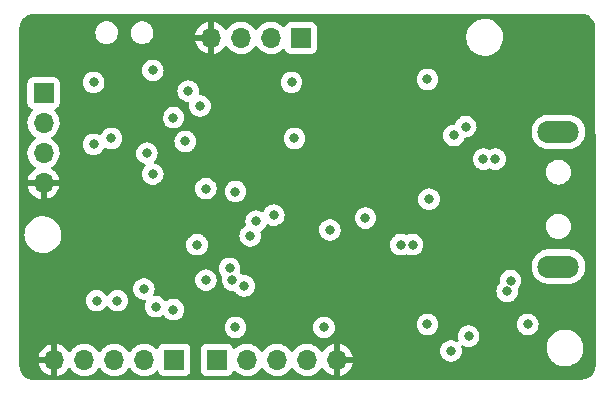
<source format=gbr>
%TF.GenerationSoftware,KiCad,Pcbnew,(6.0.6)*%
%TF.CreationDate,2022-08-05T13:26:10+02:00*%
%TF.ProjectId,stm32_basic,73746d33-325f-4626-9173-69632e6b6963,rev?*%
%TF.SameCoordinates,Original*%
%TF.FileFunction,Copper,L2,Inr*%
%TF.FilePolarity,Positive*%
%FSLAX46Y46*%
G04 Gerber Fmt 4.6, Leading zero omitted, Abs format (unit mm)*
G04 Created by KiCad (PCBNEW (6.0.6)) date 2022-08-05 13:26:10*
%MOMM*%
%LPD*%
G01*
G04 APERTURE LIST*
%TA.AperFunction,ComponentPad*%
%ADD10R,1.700000X1.700000*%
%TD*%
%TA.AperFunction,ComponentPad*%
%ADD11O,1.700000X1.700000*%
%TD*%
%TA.AperFunction,ComponentPad*%
%ADD12O,3.500000X1.900000*%
%TD*%
%TA.AperFunction,ViaPad*%
%ADD13C,0.800000*%
%TD*%
G04 APERTURE END LIST*
D10*
%TO.N,I2C1_SCL*%
%TO.C,J3*%
X131750000Y-94220000D03*
D11*
%TO.N,I2C1_SDA*%
X131750000Y-96760000D03*
%TO.N,+3.3V*%
X131750000Y-99300000D03*
%TO.N,GND*%
X131750000Y-101840000D03*
%TD*%
D12*
%TO.N,Net-(J1-Pad5)*%
%TO.C,J1*%
X175350000Y-108900000D03*
X175350000Y-97500000D03*
%TD*%
D10*
%TO.N,+3.3V*%
%TO.C,J6*%
X142825000Y-116800000D03*
D11*
%TO.N,USART2_CK*%
X140285000Y-116800000D03*
%TO.N,USART2_RX*%
X137745000Y-116800000D03*
%TO.N,USART2_TX*%
X135205000Y-116800000D03*
%TO.N,GND*%
X132665000Y-116800000D03*
%TD*%
D10*
%TO.N,+3.3V*%
%TO.C,J5*%
X146425000Y-116800000D03*
D11*
%TO.N,SPI1_SCK*%
X148965000Y-116800000D03*
%TO.N,SPI1_MISO*%
X151505000Y-116800000D03*
%TO.N,SPI1_MOSI*%
X154045000Y-116800000D03*
%TO.N,GND*%
X156585000Y-116800000D03*
%TD*%
D10*
%TO.N,+3.3V*%
%TO.C,J4*%
X153550000Y-89550000D03*
D11*
%TO.N,UART1_RX*%
X151010000Y-89550000D03*
%TO.N,UART1_TX*%
X148470000Y-89550000D03*
%TO.N,GND*%
X145930000Y-89550000D03*
%TD*%
D13*
%TO.N,GND*%
X140250000Y-97050000D03*
X141500000Y-97050000D03*
X141500000Y-96050000D03*
X169462500Y-103200000D03*
X146750500Y-97800000D03*
X140250000Y-96050000D03*
%TO.N,BUCK_IN*%
X166500000Y-97800000D03*
X162000000Y-107050000D03*
X171000000Y-111000000D03*
X171300000Y-110100000D03*
X167500000Y-97050000D03*
X163000000Y-107050000D03*
%TO.N,+3.3V*%
X136000000Y-98550000D03*
X148000000Y-114050000D03*
X142750000Y-96300000D03*
X136250000Y-111800000D03*
X164250000Y-113800000D03*
X166250000Y-116050000D03*
X167750000Y-114800000D03*
X155500000Y-114050000D03*
X141000000Y-92300000D03*
X159000000Y-104800000D03*
X138000000Y-111800000D03*
X145000000Y-95300000D03*
X141000000Y-101075000D03*
X136000000Y-93300000D03*
X144000000Y-94050000D03*
X164250000Y-93050000D03*
X172750000Y-113800000D03*
%TO.N,NRST*%
X149250000Y-106300000D03*
X153000000Y-98050000D03*
%TO.N,+3.3VA*%
X142750000Y-112550000D03*
X143750000Y-98300500D03*
%TO.N,+5V*%
X169000000Y-99800000D03*
X170000000Y-99800000D03*
X164392866Y-103200000D03*
%TO.N,I2C1_SCL*%
X148000000Y-102550000D03*
X140500000Y-99300000D03*
%TO.N,I2C1_SDA*%
X145500000Y-102300000D03*
X137500000Y-98050000D03*
%TO.N,SPI1_SCK*%
X147500000Y-109050000D03*
%TO.N,SPI1_MISO*%
X147750000Y-110050000D03*
%TO.N,SPI1_MOSI*%
X148750000Y-110550000D03*
%TO.N,USART2_CK*%
X145500000Y-110050000D03*
%TO.N,USART2_TX*%
X140250000Y-110800000D03*
%TO.N,SWDIO*%
X152750000Y-93300000D03*
X156000000Y-105800000D03*
%TO.N,Temperature_ADC*%
X141250000Y-112300000D03*
X144750000Y-107050000D03*
%TO.N,UART1_TX*%
X149750000Y-105050000D03*
%TO.N,UART1_RX*%
X151250000Y-104550000D03*
%TD*%
%TA.AperFunction,Conductor*%
%TO.N,GND*%
G36*
X177270572Y-87508223D02*
G01*
X177293819Y-87511852D01*
X177307786Y-87510032D01*
X177334079Y-87509374D01*
X177382570Y-87513241D01*
X177475853Y-87520680D01*
X177495527Y-87523829D01*
X177607774Y-87551044D01*
X177657168Y-87563021D01*
X177676094Y-87569230D01*
X177829532Y-87633413D01*
X177847248Y-87642531D01*
X177988656Y-87730104D01*
X178004713Y-87741902D01*
X178130537Y-87850663D01*
X178144534Y-87864844D01*
X178251644Y-87992085D01*
X178263230Y-88008295D01*
X178348943Y-88150831D01*
X178357827Y-88168663D01*
X178416006Y-88313022D01*
X178419996Y-88322923D01*
X178425959Y-88341932D01*
X178431695Y-88367015D01*
X178463035Y-88504075D01*
X178465927Y-88523789D01*
X178474684Y-88655283D01*
X178474910Y-88658683D01*
X178474060Y-88675542D01*
X178474245Y-88675547D01*
X178474022Y-88684520D01*
X178472528Y-88693373D01*
X178476751Y-88729186D01*
X178477617Y-88743862D01*
X178486271Y-106543966D01*
X178491476Y-117250595D01*
X178489968Y-117270092D01*
X178486312Y-117293511D01*
X178488132Y-117307477D01*
X178488790Y-117333773D01*
X178477485Y-117475552D01*
X178474336Y-117495226D01*
X178435145Y-117656869D01*
X178428934Y-117675801D01*
X178364750Y-117829248D01*
X178355634Y-117846960D01*
X178268064Y-117988371D01*
X178256267Y-118004428D01*
X178147499Y-118130266D01*
X178133322Y-118144260D01*
X178006073Y-118251382D01*
X177989870Y-118262963D01*
X177847326Y-118348685D01*
X177829493Y-118357571D01*
X177675227Y-118419747D01*
X177656217Y-118425711D01*
X177494064Y-118462794D01*
X177474364Y-118465684D01*
X177376340Y-118472215D01*
X177339790Y-118474650D01*
X177322599Y-118473785D01*
X177322595Y-118473931D01*
X177313623Y-118473708D01*
X177304772Y-118472215D01*
X177268969Y-118476438D01*
X177254288Y-118477304D01*
X149261552Y-118490696D01*
X130935194Y-118499463D01*
X130915699Y-118497955D01*
X130901150Y-118495684D01*
X130892279Y-118494299D01*
X130878312Y-118496119D01*
X130852019Y-118496777D01*
X130805654Y-118493080D01*
X130710241Y-118485471D01*
X130690567Y-118482322D01*
X130528926Y-118443130D01*
X130509994Y-118436919D01*
X130433271Y-118404827D01*
X130356546Y-118372734D01*
X130338831Y-118363616D01*
X130323036Y-118353834D01*
X130278090Y-118326000D01*
X130197428Y-118276047D01*
X130181371Y-118264250D01*
X130055541Y-118155487D01*
X130041544Y-118141307D01*
X129934425Y-118014059D01*
X129922843Y-117997856D01*
X129837119Y-117855309D01*
X129828237Y-117837482D01*
X129825424Y-117830501D01*
X129766062Y-117683212D01*
X129760099Y-117664201D01*
X129723020Y-117502062D01*
X129720128Y-117482349D01*
X129711155Y-117347669D01*
X129712014Y-117330592D01*
X129711855Y-117330588D01*
X129712078Y-117321613D01*
X129713571Y-117312763D01*
X129712520Y-117303848D01*
X129709366Y-117277102D01*
X129708499Y-117262354D01*
X129708486Y-117067966D01*
X131333257Y-117067966D01*
X131363565Y-117202446D01*
X131366645Y-117212275D01*
X131446770Y-117409603D01*
X131451413Y-117418794D01*
X131562694Y-117600388D01*
X131568777Y-117608699D01*
X131708213Y-117769667D01*
X131715580Y-117776883D01*
X131879434Y-117912916D01*
X131887881Y-117918831D01*
X132071756Y-118026279D01*
X132081042Y-118030729D01*
X132280001Y-118106703D01*
X132289899Y-118109579D01*
X132393250Y-118130606D01*
X132407299Y-118129410D01*
X132411000Y-118119065D01*
X132411000Y-118118517D01*
X132919000Y-118118517D01*
X132923064Y-118132359D01*
X132936478Y-118134393D01*
X132943184Y-118133534D01*
X132953262Y-118131392D01*
X133157255Y-118070191D01*
X133166842Y-118066433D01*
X133358095Y-117972739D01*
X133366945Y-117967464D01*
X133540328Y-117843792D01*
X133548200Y-117837139D01*
X133699052Y-117686812D01*
X133705730Y-117678965D01*
X133833022Y-117501819D01*
X133834279Y-117502722D01*
X133881373Y-117459362D01*
X133951311Y-117447145D01*
X134016751Y-117474678D01*
X134044579Y-117506511D01*
X134104987Y-117605088D01*
X134251250Y-117773938D01*
X134423126Y-117916632D01*
X134616000Y-118029338D01*
X134824692Y-118109030D01*
X134829760Y-118110061D01*
X134829763Y-118110062D01*
X134924862Y-118129410D01*
X135043597Y-118153567D01*
X135048772Y-118153757D01*
X135048774Y-118153757D01*
X135261673Y-118161564D01*
X135261677Y-118161564D01*
X135266837Y-118161753D01*
X135271957Y-118161097D01*
X135271959Y-118161097D01*
X135483288Y-118134025D01*
X135483289Y-118134025D01*
X135488416Y-118133368D01*
X135493366Y-118131883D01*
X135697429Y-118070661D01*
X135697434Y-118070659D01*
X135702384Y-118069174D01*
X135902994Y-117970896D01*
X136084860Y-117841173D01*
X136095570Y-117830501D01*
X136185268Y-117741115D01*
X136243096Y-117683489D01*
X136248621Y-117675801D01*
X136373453Y-117502077D01*
X136374776Y-117503028D01*
X136421645Y-117459857D01*
X136491580Y-117447625D01*
X136557026Y-117475144D01*
X136584875Y-117506994D01*
X136644987Y-117605088D01*
X136791250Y-117773938D01*
X136963126Y-117916632D01*
X137156000Y-118029338D01*
X137364692Y-118109030D01*
X137369760Y-118110061D01*
X137369763Y-118110062D01*
X137464862Y-118129410D01*
X137583597Y-118153567D01*
X137588772Y-118153757D01*
X137588774Y-118153757D01*
X137801673Y-118161564D01*
X137801677Y-118161564D01*
X137806837Y-118161753D01*
X137811957Y-118161097D01*
X137811959Y-118161097D01*
X138023288Y-118134025D01*
X138023289Y-118134025D01*
X138028416Y-118133368D01*
X138033366Y-118131883D01*
X138237429Y-118070661D01*
X138237434Y-118070659D01*
X138242384Y-118069174D01*
X138442994Y-117970896D01*
X138624860Y-117841173D01*
X138635570Y-117830501D01*
X138725268Y-117741115D01*
X138783096Y-117683489D01*
X138788621Y-117675801D01*
X138913453Y-117502077D01*
X138914776Y-117503028D01*
X138961645Y-117459857D01*
X139031580Y-117447625D01*
X139097026Y-117475144D01*
X139124875Y-117506994D01*
X139184987Y-117605088D01*
X139331250Y-117773938D01*
X139503126Y-117916632D01*
X139696000Y-118029338D01*
X139904692Y-118109030D01*
X139909760Y-118110061D01*
X139909763Y-118110062D01*
X140004862Y-118129410D01*
X140123597Y-118153567D01*
X140128772Y-118153757D01*
X140128774Y-118153757D01*
X140341673Y-118161564D01*
X140341677Y-118161564D01*
X140346837Y-118161753D01*
X140351957Y-118161097D01*
X140351959Y-118161097D01*
X140563288Y-118134025D01*
X140563289Y-118134025D01*
X140568416Y-118133368D01*
X140573366Y-118131883D01*
X140777429Y-118070661D01*
X140777434Y-118070659D01*
X140782384Y-118069174D01*
X140982994Y-117970896D01*
X141164860Y-117841173D01*
X141273091Y-117733319D01*
X141335462Y-117699404D01*
X141406268Y-117704592D01*
X141463030Y-117747238D01*
X141480012Y-117778341D01*
X141503567Y-117841173D01*
X141524385Y-117896705D01*
X141611739Y-118013261D01*
X141728295Y-118100615D01*
X141864684Y-118151745D01*
X141926866Y-118158500D01*
X143723134Y-118158500D01*
X143785316Y-118151745D01*
X143921705Y-118100615D01*
X144038261Y-118013261D01*
X144125615Y-117896705D01*
X144176745Y-117760316D01*
X144183500Y-117698134D01*
X145066500Y-117698134D01*
X145073255Y-117760316D01*
X145124385Y-117896705D01*
X145211739Y-118013261D01*
X145328295Y-118100615D01*
X145464684Y-118151745D01*
X145526866Y-118158500D01*
X147323134Y-118158500D01*
X147385316Y-118151745D01*
X147521705Y-118100615D01*
X147638261Y-118013261D01*
X147725615Y-117896705D01*
X147746433Y-117841173D01*
X147769598Y-117779382D01*
X147812240Y-117722618D01*
X147878802Y-117697918D01*
X147948150Y-117713126D01*
X147982817Y-117741114D01*
X148011250Y-117773938D01*
X148183126Y-117916632D01*
X148376000Y-118029338D01*
X148584692Y-118109030D01*
X148589760Y-118110061D01*
X148589763Y-118110062D01*
X148684862Y-118129410D01*
X148803597Y-118153567D01*
X148808772Y-118153757D01*
X148808774Y-118153757D01*
X149021673Y-118161564D01*
X149021677Y-118161564D01*
X149026837Y-118161753D01*
X149031957Y-118161097D01*
X149031959Y-118161097D01*
X149243288Y-118134025D01*
X149243289Y-118134025D01*
X149248416Y-118133368D01*
X149253366Y-118131883D01*
X149457429Y-118070661D01*
X149457434Y-118070659D01*
X149462384Y-118069174D01*
X149662994Y-117970896D01*
X149844860Y-117841173D01*
X149855570Y-117830501D01*
X149945268Y-117741115D01*
X150003096Y-117683489D01*
X150008621Y-117675801D01*
X150133453Y-117502077D01*
X150134776Y-117503028D01*
X150181645Y-117459857D01*
X150251580Y-117447625D01*
X150317026Y-117475144D01*
X150344875Y-117506994D01*
X150404987Y-117605088D01*
X150551250Y-117773938D01*
X150723126Y-117916632D01*
X150916000Y-118029338D01*
X151124692Y-118109030D01*
X151129760Y-118110061D01*
X151129763Y-118110062D01*
X151224862Y-118129410D01*
X151343597Y-118153567D01*
X151348772Y-118153757D01*
X151348774Y-118153757D01*
X151561673Y-118161564D01*
X151561677Y-118161564D01*
X151566837Y-118161753D01*
X151571957Y-118161097D01*
X151571959Y-118161097D01*
X151783288Y-118134025D01*
X151783289Y-118134025D01*
X151788416Y-118133368D01*
X151793366Y-118131883D01*
X151997429Y-118070661D01*
X151997434Y-118070659D01*
X152002384Y-118069174D01*
X152202994Y-117970896D01*
X152384860Y-117841173D01*
X152395570Y-117830501D01*
X152485268Y-117741115D01*
X152543096Y-117683489D01*
X152548621Y-117675801D01*
X152673453Y-117502077D01*
X152674776Y-117503028D01*
X152721645Y-117459857D01*
X152791580Y-117447625D01*
X152857026Y-117475144D01*
X152884875Y-117506994D01*
X152944987Y-117605088D01*
X153091250Y-117773938D01*
X153263126Y-117916632D01*
X153456000Y-118029338D01*
X153664692Y-118109030D01*
X153669760Y-118110061D01*
X153669763Y-118110062D01*
X153764862Y-118129410D01*
X153883597Y-118153567D01*
X153888772Y-118153757D01*
X153888774Y-118153757D01*
X154101673Y-118161564D01*
X154101677Y-118161564D01*
X154106837Y-118161753D01*
X154111957Y-118161097D01*
X154111959Y-118161097D01*
X154323288Y-118134025D01*
X154323289Y-118134025D01*
X154328416Y-118133368D01*
X154333366Y-118131883D01*
X154537429Y-118070661D01*
X154537434Y-118070659D01*
X154542384Y-118069174D01*
X154742994Y-117970896D01*
X154924860Y-117841173D01*
X154935570Y-117830501D01*
X155025268Y-117741115D01*
X155083096Y-117683489D01*
X155088621Y-117675801D01*
X155213453Y-117502077D01*
X155214640Y-117502930D01*
X155261960Y-117459362D01*
X155331897Y-117447145D01*
X155397338Y-117474678D01*
X155425166Y-117506511D01*
X155482694Y-117600388D01*
X155488777Y-117608699D01*
X155628213Y-117769667D01*
X155635580Y-117776883D01*
X155799434Y-117912916D01*
X155807881Y-117918831D01*
X155991756Y-118026279D01*
X156001042Y-118030729D01*
X156200001Y-118106703D01*
X156209899Y-118109579D01*
X156313250Y-118130606D01*
X156327299Y-118129410D01*
X156331000Y-118119065D01*
X156331000Y-118118517D01*
X156839000Y-118118517D01*
X156843064Y-118132359D01*
X156856478Y-118134393D01*
X156863184Y-118133534D01*
X156873262Y-118131392D01*
X157077255Y-118070191D01*
X157086842Y-118066433D01*
X157278095Y-117972739D01*
X157286945Y-117967464D01*
X157460328Y-117843792D01*
X157468200Y-117837139D01*
X157619052Y-117686812D01*
X157625730Y-117678965D01*
X157750003Y-117506020D01*
X157755313Y-117497183D01*
X157849670Y-117306267D01*
X157853469Y-117296672D01*
X157915377Y-117092910D01*
X157917555Y-117082837D01*
X157918986Y-117071962D01*
X157916775Y-117057778D01*
X157903617Y-117054000D01*
X156857115Y-117054000D01*
X156841876Y-117058475D01*
X156840671Y-117059865D01*
X156839000Y-117067548D01*
X156839000Y-118118517D01*
X156331000Y-118118517D01*
X156331000Y-116527885D01*
X156839000Y-116527885D01*
X156843475Y-116543124D01*
X156844865Y-116544329D01*
X156852548Y-116546000D01*
X157903344Y-116546000D01*
X157916875Y-116542027D01*
X157918180Y-116532947D01*
X157876214Y-116365875D01*
X157872894Y-116356124D01*
X157787972Y-116160814D01*
X157783105Y-116151739D01*
X157717287Y-116050000D01*
X165336496Y-116050000D01*
X165337186Y-116056565D01*
X165347348Y-116153247D01*
X165356458Y-116239928D01*
X165415473Y-116421556D01*
X165510960Y-116586944D01*
X165638747Y-116728866D01*
X165793248Y-116841118D01*
X165799276Y-116843802D01*
X165799278Y-116843803D01*
X165894385Y-116886147D01*
X165967712Y-116918794D01*
X166061112Y-116938647D01*
X166148056Y-116957128D01*
X166148061Y-116957128D01*
X166154513Y-116958500D01*
X166345487Y-116958500D01*
X166351939Y-116957128D01*
X166351944Y-116957128D01*
X166438888Y-116938647D01*
X166532288Y-116918794D01*
X166605615Y-116886147D01*
X166700722Y-116843803D01*
X166700724Y-116843802D01*
X166706752Y-116841118D01*
X166861253Y-116728866D01*
X166989040Y-116586944D01*
X167084527Y-116421556D01*
X167143542Y-116239928D01*
X167152653Y-116153247D01*
X167162814Y-116056565D01*
X167163504Y-116050000D01*
X167152649Y-115946722D01*
X167144232Y-115866635D01*
X167144232Y-115866633D01*
X167143542Y-115860072D01*
X167141754Y-115854568D01*
X174337382Y-115854568D01*
X174337963Y-115859588D01*
X174337963Y-115859592D01*
X174347514Y-115942138D01*
X174366208Y-116103699D01*
X174367587Y-116108573D01*
X174367588Y-116108577D01*
X174433116Y-116340148D01*
X174434494Y-116345017D01*
X174436628Y-116349592D01*
X174436630Y-116349599D01*
X174527547Y-116544570D01*
X174540484Y-116572313D01*
X174543326Y-116576494D01*
X174543326Y-116576495D01*
X174678605Y-116775552D01*
X174678608Y-116775556D01*
X174681451Y-116779739D01*
X174684928Y-116783416D01*
X174684929Y-116783417D01*
X174849199Y-116957128D01*
X174853767Y-116961959D01*
X174857793Y-116965037D01*
X174857794Y-116965038D01*
X175048981Y-117111212D01*
X175048985Y-117111215D01*
X175053001Y-117114285D01*
X175274026Y-117232797D01*
X175278807Y-117234443D01*
X175278811Y-117234445D01*
X175487397Y-117306267D01*
X175511156Y-117314448D01*
X175600128Y-117329816D01*
X175754380Y-117356460D01*
X175754386Y-117356461D01*
X175758290Y-117357135D01*
X175762251Y-117357315D01*
X175762252Y-117357315D01*
X175786931Y-117358436D01*
X175786950Y-117358436D01*
X175788350Y-117358500D01*
X175963015Y-117358500D01*
X175965523Y-117358298D01*
X175965528Y-117358298D01*
X176144944Y-117343863D01*
X176144949Y-117343862D01*
X176149985Y-117343457D01*
X176154893Y-117342252D01*
X176154896Y-117342251D01*
X176388625Y-117284841D01*
X176393539Y-117283634D01*
X176398191Y-117281659D01*
X176398195Y-117281658D01*
X176619741Y-117187617D01*
X176619742Y-117187617D01*
X176624396Y-117185641D01*
X176836615Y-117052000D01*
X177024738Y-116886147D01*
X177183924Y-116692351D01*
X177310078Y-116475596D01*
X177328626Y-116427279D01*
X177373105Y-116311406D01*
X177399955Y-116241461D01*
X177401647Y-116233365D01*
X177450206Y-116000921D01*
X177451241Y-115995967D01*
X177452288Y-115972926D01*
X177457434Y-115859592D01*
X177462618Y-115745432D01*
X177458716Y-115711703D01*
X177445087Y-115593919D01*
X177433792Y-115496301D01*
X177430391Y-115484280D01*
X177366884Y-115259852D01*
X177366883Y-115259850D01*
X177365506Y-115254983D01*
X177363372Y-115250408D01*
X177363370Y-115250401D01*
X177261653Y-115032269D01*
X177261651Y-115032265D01*
X177259516Y-115027687D01*
X177256674Y-115023505D01*
X177121395Y-114824448D01*
X177121392Y-114824444D01*
X177118549Y-114820261D01*
X177032122Y-114728866D01*
X176949713Y-114641721D01*
X176946233Y-114638041D01*
X176888372Y-114593803D01*
X176751019Y-114488788D01*
X176751015Y-114488785D01*
X176746999Y-114485715D01*
X176741468Y-114482749D01*
X176530435Y-114369595D01*
X176525974Y-114367203D01*
X176521193Y-114365557D01*
X176521189Y-114365555D01*
X176293633Y-114287201D01*
X176288844Y-114285552D01*
X176158605Y-114263056D01*
X176045620Y-114243540D01*
X176045614Y-114243539D01*
X176041710Y-114242865D01*
X176037749Y-114242685D01*
X176037748Y-114242685D01*
X176013069Y-114241564D01*
X176013050Y-114241564D01*
X176011650Y-114241500D01*
X175836985Y-114241500D01*
X175834477Y-114241702D01*
X175834472Y-114241702D01*
X175655056Y-114256137D01*
X175655051Y-114256138D01*
X175650015Y-114256543D01*
X175645107Y-114257748D01*
X175645104Y-114257749D01*
X175413326Y-114314680D01*
X175406461Y-114316366D01*
X175401809Y-114318341D01*
X175401805Y-114318342D01*
X175281061Y-114369595D01*
X175175604Y-114414359D01*
X174963385Y-114548000D01*
X174775262Y-114713853D01*
X174616076Y-114907649D01*
X174489922Y-115124404D01*
X174488109Y-115129127D01*
X174488108Y-115129129D01*
X174467087Y-115183891D01*
X174400045Y-115358539D01*
X174399012Y-115363485D01*
X174399010Y-115363491D01*
X174361674Y-115542212D01*
X174348759Y-115604033D01*
X174348530Y-115609082D01*
X174348529Y-115609088D01*
X174344578Y-115696109D01*
X174337382Y-115854568D01*
X167141754Y-115854568D01*
X167106293Y-115745432D01*
X167102519Y-115733817D01*
X167100491Y-115662850D01*
X167137154Y-115602052D01*
X167200866Y-115570726D01*
X167271400Y-115578819D01*
X167285355Y-115585764D01*
X167287906Y-115587237D01*
X167293248Y-115591118D01*
X167299275Y-115593801D01*
X167299276Y-115593802D01*
X167461681Y-115666109D01*
X167467712Y-115668794D01*
X167542680Y-115684729D01*
X167648056Y-115707128D01*
X167648061Y-115707128D01*
X167654513Y-115708500D01*
X167845487Y-115708500D01*
X167851939Y-115707128D01*
X167851944Y-115707128D01*
X167957320Y-115684729D01*
X168032288Y-115668794D01*
X168038319Y-115666109D01*
X168200722Y-115593803D01*
X168200724Y-115593802D01*
X168206752Y-115591118D01*
X168220186Y-115581358D01*
X168274701Y-115541750D01*
X168361253Y-115478866D01*
X168365675Y-115473955D01*
X168484621Y-115341852D01*
X168484622Y-115341851D01*
X168489040Y-115336944D01*
X168575524Y-115187150D01*
X168581223Y-115177279D01*
X168581224Y-115177278D01*
X168584527Y-115171556D01*
X168643542Y-114989928D01*
X168646990Y-114957128D01*
X168662814Y-114806565D01*
X168663504Y-114800000D01*
X168656028Y-114728866D01*
X168644232Y-114616635D01*
X168644232Y-114616633D01*
X168643542Y-114610072D01*
X168584527Y-114428444D01*
X168489040Y-114263056D01*
X168468216Y-114239928D01*
X168365675Y-114126045D01*
X168365674Y-114126044D01*
X168361253Y-114121134D01*
X168206752Y-114008882D01*
X168200724Y-114006198D01*
X168200722Y-114006197D01*
X168038319Y-113933891D01*
X168038318Y-113933891D01*
X168032288Y-113931206D01*
X167938888Y-113911353D01*
X167851944Y-113892872D01*
X167851939Y-113892872D01*
X167845487Y-113891500D01*
X167654513Y-113891500D01*
X167648061Y-113892872D01*
X167648056Y-113892872D01*
X167561112Y-113911353D01*
X167467712Y-113931206D01*
X167461682Y-113933891D01*
X167461681Y-113933891D01*
X167299278Y-114006197D01*
X167299276Y-114006198D01*
X167293248Y-114008882D01*
X167138747Y-114121134D01*
X167134326Y-114126044D01*
X167134325Y-114126045D01*
X167031785Y-114239928D01*
X167010960Y-114263056D01*
X166915473Y-114428444D01*
X166856458Y-114610072D01*
X166855768Y-114616633D01*
X166855768Y-114616635D01*
X166843972Y-114728866D01*
X166836496Y-114800000D01*
X166837186Y-114806565D01*
X166853011Y-114957128D01*
X166856458Y-114989928D01*
X166858498Y-114996206D01*
X166897481Y-115116183D01*
X166899509Y-115187150D01*
X166862846Y-115247948D01*
X166799134Y-115279274D01*
X166728600Y-115271181D01*
X166714645Y-115264236D01*
X166712093Y-115262762D01*
X166706752Y-115258882D01*
X166700722Y-115256197D01*
X166538319Y-115183891D01*
X166538318Y-115183891D01*
X166532288Y-115181206D01*
X166438888Y-115161353D01*
X166351944Y-115142872D01*
X166351939Y-115142872D01*
X166345487Y-115141500D01*
X166154513Y-115141500D01*
X166148061Y-115142872D01*
X166148056Y-115142872D01*
X166061112Y-115161353D01*
X165967712Y-115181206D01*
X165961682Y-115183891D01*
X165961681Y-115183891D01*
X165799278Y-115256197D01*
X165799276Y-115256198D01*
X165793248Y-115258882D01*
X165638747Y-115371134D01*
X165634326Y-115376044D01*
X165634325Y-115376045D01*
X165521515Y-115501334D01*
X165510960Y-115513056D01*
X165459578Y-115602052D01*
X165422595Y-115666109D01*
X165415473Y-115678444D01*
X165356458Y-115860072D01*
X165355768Y-115866633D01*
X165355768Y-115866635D01*
X165347351Y-115946722D01*
X165336496Y-116050000D01*
X157717287Y-116050000D01*
X157667426Y-115972926D01*
X157661136Y-115964757D01*
X157517806Y-115807240D01*
X157510273Y-115800215D01*
X157343139Y-115668222D01*
X157334552Y-115662517D01*
X157148117Y-115559599D01*
X157138705Y-115555369D01*
X156937959Y-115484280D01*
X156927988Y-115481646D01*
X156856837Y-115468972D01*
X156843540Y-115470432D01*
X156839000Y-115484989D01*
X156839000Y-116527885D01*
X156331000Y-116527885D01*
X156331000Y-115483102D01*
X156327082Y-115469758D01*
X156312806Y-115467771D01*
X156274324Y-115473660D01*
X156264288Y-115476051D01*
X156061868Y-115542212D01*
X156052359Y-115546209D01*
X155863463Y-115644542D01*
X155854738Y-115650036D01*
X155684433Y-115777905D01*
X155676726Y-115784748D01*
X155529590Y-115938717D01*
X155523109Y-115946722D01*
X155418498Y-116100074D01*
X155363587Y-116145076D01*
X155293062Y-116153247D01*
X155229315Y-116121993D01*
X155208618Y-116097509D01*
X155127822Y-115972617D01*
X155127820Y-115972614D01*
X155125014Y-115968277D01*
X154974670Y-115803051D01*
X154970619Y-115799852D01*
X154970615Y-115799848D01*
X154803414Y-115667800D01*
X154803410Y-115667798D01*
X154799359Y-115664598D01*
X154763028Y-115644542D01*
X154689645Y-115604033D01*
X154603789Y-115556638D01*
X154598920Y-115554914D01*
X154598916Y-115554912D01*
X154398087Y-115483795D01*
X154398083Y-115483794D01*
X154393212Y-115482069D01*
X154388119Y-115481162D01*
X154388116Y-115481161D01*
X154178373Y-115443800D01*
X154178367Y-115443799D01*
X154173284Y-115442894D01*
X154099452Y-115441992D01*
X153955081Y-115440228D01*
X153955079Y-115440228D01*
X153949911Y-115440165D01*
X153729091Y-115473955D01*
X153516756Y-115543357D01*
X153318607Y-115646507D01*
X153314474Y-115649610D01*
X153314471Y-115649612D01*
X153144100Y-115777530D01*
X153139965Y-115780635D01*
X153114541Y-115807240D01*
X153028729Y-115897037D01*
X152985629Y-115942138D01*
X152878201Y-116099621D01*
X152823293Y-116144621D01*
X152752768Y-116152792D01*
X152689021Y-116121538D01*
X152668324Y-116097054D01*
X152587822Y-115972617D01*
X152587820Y-115972614D01*
X152585014Y-115968277D01*
X152434670Y-115803051D01*
X152430619Y-115799852D01*
X152430615Y-115799848D01*
X152263414Y-115667800D01*
X152263410Y-115667798D01*
X152259359Y-115664598D01*
X152223028Y-115644542D01*
X152149645Y-115604033D01*
X152063789Y-115556638D01*
X152058920Y-115554914D01*
X152058916Y-115554912D01*
X151858087Y-115483795D01*
X151858083Y-115483794D01*
X151853212Y-115482069D01*
X151848119Y-115481162D01*
X151848116Y-115481161D01*
X151638373Y-115443800D01*
X151638367Y-115443799D01*
X151633284Y-115442894D01*
X151559452Y-115441992D01*
X151415081Y-115440228D01*
X151415079Y-115440228D01*
X151409911Y-115440165D01*
X151189091Y-115473955D01*
X150976756Y-115543357D01*
X150778607Y-115646507D01*
X150774474Y-115649610D01*
X150774471Y-115649612D01*
X150604100Y-115777530D01*
X150599965Y-115780635D01*
X150574541Y-115807240D01*
X150488729Y-115897037D01*
X150445629Y-115942138D01*
X150338201Y-116099621D01*
X150283293Y-116144621D01*
X150212768Y-116152792D01*
X150149021Y-116121538D01*
X150128324Y-116097054D01*
X150047822Y-115972617D01*
X150047820Y-115972614D01*
X150045014Y-115968277D01*
X149894670Y-115803051D01*
X149890619Y-115799852D01*
X149890615Y-115799848D01*
X149723414Y-115667800D01*
X149723410Y-115667798D01*
X149719359Y-115664598D01*
X149683028Y-115644542D01*
X149609645Y-115604033D01*
X149523789Y-115556638D01*
X149518920Y-115554914D01*
X149518916Y-115554912D01*
X149318087Y-115483795D01*
X149318083Y-115483794D01*
X149313212Y-115482069D01*
X149308119Y-115481162D01*
X149308116Y-115481161D01*
X149098373Y-115443800D01*
X149098367Y-115443799D01*
X149093284Y-115442894D01*
X149019452Y-115441992D01*
X148875081Y-115440228D01*
X148875079Y-115440228D01*
X148869911Y-115440165D01*
X148649091Y-115473955D01*
X148436756Y-115543357D01*
X148238607Y-115646507D01*
X148234474Y-115649610D01*
X148234471Y-115649612D01*
X148064100Y-115777530D01*
X148059965Y-115780635D01*
X148003537Y-115839684D01*
X147979283Y-115865064D01*
X147917759Y-115900494D01*
X147846846Y-115897037D01*
X147789060Y-115855791D01*
X147770207Y-115822243D01*
X147728767Y-115711703D01*
X147725615Y-115703295D01*
X147638261Y-115586739D01*
X147521705Y-115499385D01*
X147385316Y-115448255D01*
X147323134Y-115441500D01*
X145526866Y-115441500D01*
X145464684Y-115448255D01*
X145328295Y-115499385D01*
X145211739Y-115586739D01*
X145124385Y-115703295D01*
X145073255Y-115839684D01*
X145066500Y-115901866D01*
X145066500Y-117698134D01*
X144183500Y-117698134D01*
X144183500Y-115901866D01*
X144176745Y-115839684D01*
X144125615Y-115703295D01*
X144038261Y-115586739D01*
X143921705Y-115499385D01*
X143785316Y-115448255D01*
X143723134Y-115441500D01*
X141926866Y-115441500D01*
X141864684Y-115448255D01*
X141728295Y-115499385D01*
X141611739Y-115586739D01*
X141524385Y-115703295D01*
X141521233Y-115711703D01*
X141479919Y-115821907D01*
X141437277Y-115878671D01*
X141370716Y-115903371D01*
X141301367Y-115888163D01*
X141268743Y-115862476D01*
X141218151Y-115806875D01*
X141218142Y-115806866D01*
X141214670Y-115803051D01*
X141210619Y-115799852D01*
X141210615Y-115799848D01*
X141043414Y-115667800D01*
X141043410Y-115667798D01*
X141039359Y-115664598D01*
X141003028Y-115644542D01*
X140929645Y-115604033D01*
X140843789Y-115556638D01*
X140838920Y-115554914D01*
X140838916Y-115554912D01*
X140638087Y-115483795D01*
X140638083Y-115483794D01*
X140633212Y-115482069D01*
X140628119Y-115481162D01*
X140628116Y-115481161D01*
X140418373Y-115443800D01*
X140418367Y-115443799D01*
X140413284Y-115442894D01*
X140339452Y-115441992D01*
X140195081Y-115440228D01*
X140195079Y-115440228D01*
X140189911Y-115440165D01*
X139969091Y-115473955D01*
X139756756Y-115543357D01*
X139558607Y-115646507D01*
X139554474Y-115649610D01*
X139554471Y-115649612D01*
X139384100Y-115777530D01*
X139379965Y-115780635D01*
X139354541Y-115807240D01*
X139268729Y-115897037D01*
X139225629Y-115942138D01*
X139118201Y-116099621D01*
X139063293Y-116144621D01*
X138992768Y-116152792D01*
X138929021Y-116121538D01*
X138908324Y-116097054D01*
X138827822Y-115972617D01*
X138827820Y-115972614D01*
X138825014Y-115968277D01*
X138674670Y-115803051D01*
X138670619Y-115799852D01*
X138670615Y-115799848D01*
X138503414Y-115667800D01*
X138503410Y-115667798D01*
X138499359Y-115664598D01*
X138463028Y-115644542D01*
X138389645Y-115604033D01*
X138303789Y-115556638D01*
X138298920Y-115554914D01*
X138298916Y-115554912D01*
X138098087Y-115483795D01*
X138098083Y-115483794D01*
X138093212Y-115482069D01*
X138088119Y-115481162D01*
X138088116Y-115481161D01*
X137878373Y-115443800D01*
X137878367Y-115443799D01*
X137873284Y-115442894D01*
X137799452Y-115441992D01*
X137655081Y-115440228D01*
X137655079Y-115440228D01*
X137649911Y-115440165D01*
X137429091Y-115473955D01*
X137216756Y-115543357D01*
X137018607Y-115646507D01*
X137014474Y-115649610D01*
X137014471Y-115649612D01*
X136844100Y-115777530D01*
X136839965Y-115780635D01*
X136814541Y-115807240D01*
X136728729Y-115897037D01*
X136685629Y-115942138D01*
X136578201Y-116099621D01*
X136523293Y-116144621D01*
X136452768Y-116152792D01*
X136389021Y-116121538D01*
X136368324Y-116097054D01*
X136287822Y-115972617D01*
X136287820Y-115972614D01*
X136285014Y-115968277D01*
X136134670Y-115803051D01*
X136130619Y-115799852D01*
X136130615Y-115799848D01*
X135963414Y-115667800D01*
X135963410Y-115667798D01*
X135959359Y-115664598D01*
X135923028Y-115644542D01*
X135849645Y-115604033D01*
X135763789Y-115556638D01*
X135758920Y-115554914D01*
X135758916Y-115554912D01*
X135558087Y-115483795D01*
X135558083Y-115483794D01*
X135553212Y-115482069D01*
X135548119Y-115481162D01*
X135548116Y-115481161D01*
X135338373Y-115443800D01*
X135338367Y-115443799D01*
X135333284Y-115442894D01*
X135259452Y-115441992D01*
X135115081Y-115440228D01*
X135115079Y-115440228D01*
X135109911Y-115440165D01*
X134889091Y-115473955D01*
X134676756Y-115543357D01*
X134478607Y-115646507D01*
X134474474Y-115649610D01*
X134474471Y-115649612D01*
X134304100Y-115777530D01*
X134299965Y-115780635D01*
X134274541Y-115807240D01*
X134188729Y-115897037D01*
X134145629Y-115942138D01*
X134142720Y-115946403D01*
X134142714Y-115946411D01*
X134130404Y-115964457D01*
X134038204Y-116099618D01*
X134037898Y-116100066D01*
X133982987Y-116145069D01*
X133912462Y-116153240D01*
X133848715Y-116121986D01*
X133828018Y-116097502D01*
X133747426Y-115972926D01*
X133741136Y-115964757D01*
X133597806Y-115807240D01*
X133590273Y-115800215D01*
X133423139Y-115668222D01*
X133414552Y-115662517D01*
X133228117Y-115559599D01*
X133218705Y-115555369D01*
X133017959Y-115484280D01*
X133007988Y-115481646D01*
X132936837Y-115468972D01*
X132923540Y-115470432D01*
X132919000Y-115484989D01*
X132919000Y-118118517D01*
X132411000Y-118118517D01*
X132411000Y-117072115D01*
X132406525Y-117056876D01*
X132405135Y-117055671D01*
X132397452Y-117054000D01*
X131348225Y-117054000D01*
X131334694Y-117057973D01*
X131333257Y-117067966D01*
X129708486Y-117067966D01*
X129708452Y-116534183D01*
X131329389Y-116534183D01*
X131330912Y-116542607D01*
X131343292Y-116546000D01*
X132392885Y-116546000D01*
X132408124Y-116541525D01*
X132409329Y-116540135D01*
X132411000Y-116532452D01*
X132411000Y-115483102D01*
X132407082Y-115469758D01*
X132392806Y-115467771D01*
X132354324Y-115473660D01*
X132344288Y-115476051D01*
X132141868Y-115542212D01*
X132132359Y-115546209D01*
X131943463Y-115644542D01*
X131934738Y-115650036D01*
X131764433Y-115777905D01*
X131756726Y-115784748D01*
X131609590Y-115938717D01*
X131603104Y-115946727D01*
X131483098Y-116122649D01*
X131478000Y-116131623D01*
X131388338Y-116324783D01*
X131384775Y-116334470D01*
X131329389Y-116534183D01*
X129708452Y-116534183D01*
X129708292Y-114050000D01*
X147086496Y-114050000D01*
X147087186Y-114056565D01*
X147094489Y-114126045D01*
X147106458Y-114239928D01*
X147165473Y-114421556D01*
X147260960Y-114586944D01*
X147265378Y-114591851D01*
X147265379Y-114591852D01*
X147306968Y-114638041D01*
X147388747Y-114728866D01*
X147477618Y-114793435D01*
X147509479Y-114816583D01*
X147543248Y-114841118D01*
X147549276Y-114843802D01*
X147549278Y-114843803D01*
X147711681Y-114916109D01*
X147717712Y-114918794D01*
X147811113Y-114938647D01*
X147898056Y-114957128D01*
X147898061Y-114957128D01*
X147904513Y-114958500D01*
X148095487Y-114958500D01*
X148101939Y-114957128D01*
X148101944Y-114957128D01*
X148188887Y-114938647D01*
X148282288Y-114918794D01*
X148288319Y-114916109D01*
X148450722Y-114843803D01*
X148450724Y-114843802D01*
X148456752Y-114841118D01*
X148490522Y-114816583D01*
X148522382Y-114793435D01*
X148611253Y-114728866D01*
X148693032Y-114638041D01*
X148734621Y-114591852D01*
X148734622Y-114591851D01*
X148739040Y-114586944D01*
X148834527Y-114421556D01*
X148893542Y-114239928D01*
X148905512Y-114126045D01*
X148912814Y-114056565D01*
X148913504Y-114050000D01*
X154586496Y-114050000D01*
X154587186Y-114056565D01*
X154594489Y-114126045D01*
X154606458Y-114239928D01*
X154665473Y-114421556D01*
X154760960Y-114586944D01*
X154765378Y-114591851D01*
X154765379Y-114591852D01*
X154806968Y-114638041D01*
X154888747Y-114728866D01*
X154977618Y-114793435D01*
X155009479Y-114816583D01*
X155043248Y-114841118D01*
X155049276Y-114843802D01*
X155049278Y-114843803D01*
X155211681Y-114916109D01*
X155217712Y-114918794D01*
X155311113Y-114938647D01*
X155398056Y-114957128D01*
X155398061Y-114957128D01*
X155404513Y-114958500D01*
X155595487Y-114958500D01*
X155601939Y-114957128D01*
X155601944Y-114957128D01*
X155688887Y-114938647D01*
X155782288Y-114918794D01*
X155788319Y-114916109D01*
X155950722Y-114843803D01*
X155950724Y-114843802D01*
X155956752Y-114841118D01*
X155990522Y-114816583D01*
X156022382Y-114793435D01*
X156111253Y-114728866D01*
X156193032Y-114638041D01*
X156234621Y-114591852D01*
X156234622Y-114591851D01*
X156239040Y-114586944D01*
X156334527Y-114421556D01*
X156393542Y-114239928D01*
X156405512Y-114126045D01*
X156412814Y-114056565D01*
X156413504Y-114050000D01*
X156407190Y-113989928D01*
X156394232Y-113866635D01*
X156394232Y-113866633D01*
X156393542Y-113860072D01*
X156374023Y-113800000D01*
X163336496Y-113800000D01*
X163337186Y-113806565D01*
X163343500Y-113866635D01*
X163356458Y-113989928D01*
X163415473Y-114171556D01*
X163510960Y-114336944D01*
X163515378Y-114341851D01*
X163515379Y-114341852D01*
X163580665Y-114414359D01*
X163638747Y-114478866D01*
X163793248Y-114591118D01*
X163799276Y-114593802D01*
X163799278Y-114593803D01*
X163961681Y-114666109D01*
X163967712Y-114668794D01*
X164061112Y-114688647D01*
X164148056Y-114707128D01*
X164148061Y-114707128D01*
X164154513Y-114708500D01*
X164345487Y-114708500D01*
X164351939Y-114707128D01*
X164351944Y-114707128D01*
X164438888Y-114688647D01*
X164532288Y-114668794D01*
X164538319Y-114666109D01*
X164700722Y-114593803D01*
X164700724Y-114593802D01*
X164706752Y-114591118D01*
X164861253Y-114478866D01*
X164919335Y-114414359D01*
X164984621Y-114341852D01*
X164984622Y-114341851D01*
X164989040Y-114336944D01*
X165084527Y-114171556D01*
X165143542Y-113989928D01*
X165156501Y-113866635D01*
X165162814Y-113806565D01*
X165163504Y-113800000D01*
X171836496Y-113800000D01*
X171837186Y-113806565D01*
X171843500Y-113866635D01*
X171856458Y-113989928D01*
X171915473Y-114171556D01*
X172010960Y-114336944D01*
X172015378Y-114341851D01*
X172015379Y-114341852D01*
X172080665Y-114414359D01*
X172138747Y-114478866D01*
X172293248Y-114591118D01*
X172299276Y-114593802D01*
X172299278Y-114593803D01*
X172461681Y-114666109D01*
X172467712Y-114668794D01*
X172561112Y-114688647D01*
X172648056Y-114707128D01*
X172648061Y-114707128D01*
X172654513Y-114708500D01*
X172845487Y-114708500D01*
X172851939Y-114707128D01*
X172851944Y-114707128D01*
X172938888Y-114688647D01*
X173032288Y-114668794D01*
X173038319Y-114666109D01*
X173200722Y-114593803D01*
X173200724Y-114593802D01*
X173206752Y-114591118D01*
X173361253Y-114478866D01*
X173419335Y-114414359D01*
X173484621Y-114341852D01*
X173484622Y-114341851D01*
X173489040Y-114336944D01*
X173584527Y-114171556D01*
X173643542Y-113989928D01*
X173656501Y-113866635D01*
X173662814Y-113806565D01*
X173663504Y-113800000D01*
X173643542Y-113610072D01*
X173584527Y-113428444D01*
X173577406Y-113416109D01*
X173534109Y-113341118D01*
X173489040Y-113263056D01*
X173461752Y-113232749D01*
X173365675Y-113126045D01*
X173365674Y-113126044D01*
X173361253Y-113121134D01*
X173262157Y-113049136D01*
X173212094Y-113012763D01*
X173212093Y-113012762D01*
X173206752Y-113008882D01*
X173200724Y-113006198D01*
X173200722Y-113006197D01*
X173038319Y-112933891D01*
X173038318Y-112933891D01*
X173032288Y-112931206D01*
X172938887Y-112911353D01*
X172851944Y-112892872D01*
X172851939Y-112892872D01*
X172845487Y-112891500D01*
X172654513Y-112891500D01*
X172648061Y-112892872D01*
X172648056Y-112892872D01*
X172561112Y-112911353D01*
X172467712Y-112931206D01*
X172461682Y-112933891D01*
X172461681Y-112933891D01*
X172299278Y-113006197D01*
X172299276Y-113006198D01*
X172293248Y-113008882D01*
X172287907Y-113012762D01*
X172287906Y-113012763D01*
X172237843Y-113049136D01*
X172138747Y-113121134D01*
X172134326Y-113126044D01*
X172134325Y-113126045D01*
X172038249Y-113232749D01*
X172010960Y-113263056D01*
X171965891Y-113341118D01*
X171922595Y-113416109D01*
X171915473Y-113428444D01*
X171856458Y-113610072D01*
X171836496Y-113800000D01*
X165163504Y-113800000D01*
X165143542Y-113610072D01*
X165084527Y-113428444D01*
X165077406Y-113416109D01*
X165034109Y-113341118D01*
X164989040Y-113263056D01*
X164961752Y-113232749D01*
X164865675Y-113126045D01*
X164865674Y-113126044D01*
X164861253Y-113121134D01*
X164762157Y-113049136D01*
X164712094Y-113012763D01*
X164712093Y-113012762D01*
X164706752Y-113008882D01*
X164700724Y-113006198D01*
X164700722Y-113006197D01*
X164538319Y-112933891D01*
X164538318Y-112933891D01*
X164532288Y-112931206D01*
X164438887Y-112911353D01*
X164351944Y-112892872D01*
X164351939Y-112892872D01*
X164345487Y-112891500D01*
X164154513Y-112891500D01*
X164148061Y-112892872D01*
X164148056Y-112892872D01*
X164061112Y-112911353D01*
X163967712Y-112931206D01*
X163961682Y-112933891D01*
X163961681Y-112933891D01*
X163799278Y-113006197D01*
X163799276Y-113006198D01*
X163793248Y-113008882D01*
X163787907Y-113012762D01*
X163787906Y-113012763D01*
X163737843Y-113049136D01*
X163638747Y-113121134D01*
X163634326Y-113126044D01*
X163634325Y-113126045D01*
X163538249Y-113232749D01*
X163510960Y-113263056D01*
X163465891Y-113341118D01*
X163422595Y-113416109D01*
X163415473Y-113428444D01*
X163356458Y-113610072D01*
X163336496Y-113800000D01*
X156374023Y-113800000D01*
X156334527Y-113678444D01*
X156239040Y-113513056D01*
X156111253Y-113371134D01*
X155956752Y-113258882D01*
X155950724Y-113256198D01*
X155950722Y-113256197D01*
X155788319Y-113183891D01*
X155788318Y-113183891D01*
X155782288Y-113181206D01*
X155688887Y-113161353D01*
X155601944Y-113142872D01*
X155601939Y-113142872D01*
X155595487Y-113141500D01*
X155404513Y-113141500D01*
X155398061Y-113142872D01*
X155398056Y-113142872D01*
X155311113Y-113161353D01*
X155217712Y-113181206D01*
X155211682Y-113183891D01*
X155211681Y-113183891D01*
X155049278Y-113256197D01*
X155049276Y-113256198D01*
X155043248Y-113258882D01*
X154888747Y-113371134D01*
X154760960Y-113513056D01*
X154665473Y-113678444D01*
X154606458Y-113860072D01*
X154605768Y-113866633D01*
X154605768Y-113866635D01*
X154592810Y-113989928D01*
X154586496Y-114050000D01*
X148913504Y-114050000D01*
X148907190Y-113989928D01*
X148894232Y-113866635D01*
X148894232Y-113866633D01*
X148893542Y-113860072D01*
X148834527Y-113678444D01*
X148739040Y-113513056D01*
X148611253Y-113371134D01*
X148456752Y-113258882D01*
X148450724Y-113256198D01*
X148450722Y-113256197D01*
X148288319Y-113183891D01*
X148288318Y-113183891D01*
X148282288Y-113181206D01*
X148188887Y-113161353D01*
X148101944Y-113142872D01*
X148101939Y-113142872D01*
X148095487Y-113141500D01*
X147904513Y-113141500D01*
X147898061Y-113142872D01*
X147898056Y-113142872D01*
X147811113Y-113161353D01*
X147717712Y-113181206D01*
X147711682Y-113183891D01*
X147711681Y-113183891D01*
X147549278Y-113256197D01*
X147549276Y-113256198D01*
X147543248Y-113258882D01*
X147388747Y-113371134D01*
X147260960Y-113513056D01*
X147165473Y-113678444D01*
X147106458Y-113860072D01*
X147105768Y-113866633D01*
X147105768Y-113866635D01*
X147092810Y-113989928D01*
X147086496Y-114050000D01*
X129708292Y-114050000D01*
X129708148Y-111800000D01*
X135336496Y-111800000D01*
X135337186Y-111806565D01*
X135344489Y-111876045D01*
X135356458Y-111989928D01*
X135415473Y-112171556D01*
X135510960Y-112336944D01*
X135515378Y-112341851D01*
X135515379Y-112341852D01*
X135537694Y-112366635D01*
X135638747Y-112478866D01*
X135793248Y-112591118D01*
X135799276Y-112593802D01*
X135799278Y-112593803D01*
X135959799Y-112665271D01*
X135967712Y-112668794D01*
X136061112Y-112688647D01*
X136148056Y-112707128D01*
X136148061Y-112707128D01*
X136154513Y-112708500D01*
X136345487Y-112708500D01*
X136351939Y-112707128D01*
X136351944Y-112707128D01*
X136438888Y-112688647D01*
X136532288Y-112668794D01*
X136540201Y-112665271D01*
X136700722Y-112593803D01*
X136700724Y-112593802D01*
X136706752Y-112591118D01*
X136861253Y-112478866D01*
X136962306Y-112366635D01*
X136984621Y-112341852D01*
X136984622Y-112341851D01*
X136989040Y-112336944D01*
X137015881Y-112290454D01*
X137067263Y-112241461D01*
X137136977Y-112228025D01*
X137202888Y-112254411D01*
X137234119Y-112290454D01*
X137260960Y-112336944D01*
X137265378Y-112341851D01*
X137265379Y-112341852D01*
X137287694Y-112366635D01*
X137388747Y-112478866D01*
X137543248Y-112591118D01*
X137549276Y-112593802D01*
X137549278Y-112593803D01*
X137709799Y-112665271D01*
X137717712Y-112668794D01*
X137811112Y-112688647D01*
X137898056Y-112707128D01*
X137898061Y-112707128D01*
X137904513Y-112708500D01*
X138095487Y-112708500D01*
X138101939Y-112707128D01*
X138101944Y-112707128D01*
X138188888Y-112688647D01*
X138282288Y-112668794D01*
X138290201Y-112665271D01*
X138450722Y-112593803D01*
X138450724Y-112593802D01*
X138456752Y-112591118D01*
X138611253Y-112478866D01*
X138712306Y-112366635D01*
X138734621Y-112341852D01*
X138734622Y-112341851D01*
X138739040Y-112336944D01*
X138834527Y-112171556D01*
X138893542Y-111989928D01*
X138905512Y-111876045D01*
X138912814Y-111806565D01*
X138913504Y-111800000D01*
X138901181Y-111682749D01*
X138894232Y-111616635D01*
X138894232Y-111616633D01*
X138893542Y-111610072D01*
X138834527Y-111428444D01*
X138827406Y-111416109D01*
X138794167Y-111358539D01*
X138739040Y-111263056D01*
X138711752Y-111232749D01*
X138615675Y-111126045D01*
X138615674Y-111126044D01*
X138611253Y-111121134D01*
X138456752Y-111008882D01*
X138450724Y-111006198D01*
X138450722Y-111006197D01*
X138288319Y-110933891D01*
X138288318Y-110933891D01*
X138282288Y-110931206D01*
X138188887Y-110911353D01*
X138101944Y-110892872D01*
X138101939Y-110892872D01*
X138095487Y-110891500D01*
X137904513Y-110891500D01*
X137898061Y-110892872D01*
X137898056Y-110892872D01*
X137811113Y-110911353D01*
X137717712Y-110931206D01*
X137711682Y-110933891D01*
X137711681Y-110933891D01*
X137549278Y-111006197D01*
X137549276Y-111006198D01*
X137543248Y-111008882D01*
X137388747Y-111121134D01*
X137384326Y-111126044D01*
X137384325Y-111126045D01*
X137288249Y-111232749D01*
X137260960Y-111263056D01*
X137257659Y-111268774D01*
X137234119Y-111309546D01*
X137182737Y-111358539D01*
X137113023Y-111371975D01*
X137047112Y-111345589D01*
X137015881Y-111309546D01*
X136992341Y-111268774D01*
X136989040Y-111263056D01*
X136961752Y-111232749D01*
X136865675Y-111126045D01*
X136865674Y-111126044D01*
X136861253Y-111121134D01*
X136706752Y-111008882D01*
X136700724Y-111006198D01*
X136700722Y-111006197D01*
X136538319Y-110933891D01*
X136538318Y-110933891D01*
X136532288Y-110931206D01*
X136438887Y-110911353D01*
X136351944Y-110892872D01*
X136351939Y-110892872D01*
X136345487Y-110891500D01*
X136154513Y-110891500D01*
X136148061Y-110892872D01*
X136148056Y-110892872D01*
X136061113Y-110911353D01*
X135967712Y-110931206D01*
X135961682Y-110933891D01*
X135961681Y-110933891D01*
X135799278Y-111006197D01*
X135799276Y-111006198D01*
X135793248Y-111008882D01*
X135638747Y-111121134D01*
X135634326Y-111126044D01*
X135634325Y-111126045D01*
X135538249Y-111232749D01*
X135510960Y-111263056D01*
X135455833Y-111358539D01*
X135422595Y-111416109D01*
X135415473Y-111428444D01*
X135356458Y-111610072D01*
X135355768Y-111616633D01*
X135355768Y-111616635D01*
X135348819Y-111682749D01*
X135336496Y-111800000D01*
X129708148Y-111800000D01*
X129708084Y-110800000D01*
X139336496Y-110800000D01*
X139337186Y-110806565D01*
X139353011Y-110957128D01*
X139356458Y-110989928D01*
X139415473Y-111171556D01*
X139510960Y-111336944D01*
X139515378Y-111341851D01*
X139515379Y-111341852D01*
X139542125Y-111371556D01*
X139638747Y-111478866D01*
X139793248Y-111591118D01*
X139799276Y-111593802D01*
X139799278Y-111593803D01*
X139906408Y-111641500D01*
X139967712Y-111668794D01*
X140061112Y-111688647D01*
X140148056Y-111707128D01*
X140148061Y-111707128D01*
X140154513Y-111708500D01*
X140324220Y-111708500D01*
X140392341Y-111728502D01*
X140438834Y-111782158D01*
X140448938Y-111852432D01*
X140433338Y-111897501D01*
X140415473Y-111928444D01*
X140356458Y-112110072D01*
X140355768Y-112116633D01*
X140355768Y-112116635D01*
X140337499Y-112290454D01*
X140336496Y-112300000D01*
X140337186Y-112306565D01*
X140343500Y-112366635D01*
X140356458Y-112489928D01*
X140415473Y-112671556D01*
X140418776Y-112677278D01*
X140418777Y-112677279D01*
X140436803Y-112708500D01*
X140510960Y-112836944D01*
X140515378Y-112841851D01*
X140515379Y-112841852D01*
X140587145Y-112921556D01*
X140638747Y-112978866D01*
X140793248Y-113091118D01*
X140799276Y-113093802D01*
X140799278Y-113093803D01*
X140906408Y-113141500D01*
X140967712Y-113168794D01*
X141061112Y-113188647D01*
X141148056Y-113207128D01*
X141148061Y-113207128D01*
X141154513Y-113208500D01*
X141345487Y-113208500D01*
X141351939Y-113207128D01*
X141351944Y-113207128D01*
X141438887Y-113188647D01*
X141532288Y-113168794D01*
X141593592Y-113141500D01*
X141700722Y-113093803D01*
X141700724Y-113093802D01*
X141706752Y-113091118D01*
X141809550Y-113016431D01*
X141876416Y-112992573D01*
X141945568Y-113008653D01*
X141992729Y-113055367D01*
X142010960Y-113086944D01*
X142015378Y-113091851D01*
X142015379Y-113091852D01*
X142060082Y-113141500D01*
X142138747Y-113228866D01*
X142293248Y-113341118D01*
X142299276Y-113343802D01*
X142299278Y-113343803D01*
X142461681Y-113416109D01*
X142467712Y-113418794D01*
X142542680Y-113434729D01*
X142648056Y-113457128D01*
X142648061Y-113457128D01*
X142654513Y-113458500D01*
X142845487Y-113458500D01*
X142851939Y-113457128D01*
X142851944Y-113457128D01*
X142957320Y-113434729D01*
X143032288Y-113418794D01*
X143038319Y-113416109D01*
X143200722Y-113343803D01*
X143200724Y-113343802D01*
X143206752Y-113341118D01*
X143361253Y-113228866D01*
X143439918Y-113141500D01*
X143484621Y-113091852D01*
X143484622Y-113091851D01*
X143489040Y-113086944D01*
X143554274Y-112973955D01*
X143581223Y-112927279D01*
X143581224Y-112927278D01*
X143584527Y-112921556D01*
X143643542Y-112739928D01*
X143646990Y-112707128D01*
X143662814Y-112556565D01*
X143663504Y-112550000D01*
X143657190Y-112489928D01*
X143644232Y-112366635D01*
X143644232Y-112366633D01*
X143643542Y-112360072D01*
X143584527Y-112178444D01*
X143489040Y-112013056D01*
X143468216Y-111989928D01*
X143365675Y-111876045D01*
X143365674Y-111876044D01*
X143361253Y-111871134D01*
X143206752Y-111758882D01*
X143200724Y-111756198D01*
X143200722Y-111756197D01*
X143038319Y-111683891D01*
X143038318Y-111683891D01*
X143032288Y-111681206D01*
X142938888Y-111661353D01*
X142851944Y-111642872D01*
X142851939Y-111642872D01*
X142845487Y-111641500D01*
X142654513Y-111641500D01*
X142648061Y-111642872D01*
X142648056Y-111642872D01*
X142561112Y-111661353D01*
X142467712Y-111681206D01*
X142461682Y-111683891D01*
X142461681Y-111683891D01*
X142299278Y-111756197D01*
X142299276Y-111756198D01*
X142293248Y-111758882D01*
X142287907Y-111762762D01*
X142287906Y-111762763D01*
X142190451Y-111833569D01*
X142123584Y-111857427D01*
X142054432Y-111841347D01*
X142007271Y-111794633D01*
X142003001Y-111787237D01*
X141989040Y-111763056D01*
X141957928Y-111728502D01*
X141865675Y-111626045D01*
X141865674Y-111626044D01*
X141861253Y-111621134D01*
X141706752Y-111508882D01*
X141700724Y-111506198D01*
X141700722Y-111506197D01*
X141538319Y-111433891D01*
X141538318Y-111433891D01*
X141532288Y-111431206D01*
X141438887Y-111411353D01*
X141351944Y-111392872D01*
X141351939Y-111392872D01*
X141345487Y-111391500D01*
X141175780Y-111391500D01*
X141107659Y-111371498D01*
X141061166Y-111317842D01*
X141051062Y-111247568D01*
X141066662Y-111202499D01*
X141081222Y-111177281D01*
X141081223Y-111177278D01*
X141084527Y-111171556D01*
X141143542Y-110989928D01*
X141146990Y-110957128D01*
X141162814Y-110806565D01*
X141163504Y-110800000D01*
X141157190Y-110739928D01*
X141144232Y-110616635D01*
X141144232Y-110616633D01*
X141143542Y-110610072D01*
X141084527Y-110428444D01*
X140989040Y-110263056D01*
X140968216Y-110239928D01*
X140865675Y-110126045D01*
X140865674Y-110126044D01*
X140861253Y-110121134D01*
X140763346Y-110050000D01*
X144586496Y-110050000D01*
X144587186Y-110056565D01*
X144601405Y-110191847D01*
X144606458Y-110239928D01*
X144665473Y-110421556D01*
X144760960Y-110586944D01*
X144765378Y-110591851D01*
X144765379Y-110591852D01*
X144803986Y-110634729D01*
X144888747Y-110728866D01*
X145043248Y-110841118D01*
X145049276Y-110843802D01*
X145049278Y-110843803D01*
X145156408Y-110891500D01*
X145217712Y-110918794D01*
X145311113Y-110938647D01*
X145398056Y-110957128D01*
X145398061Y-110957128D01*
X145404513Y-110958500D01*
X145595487Y-110958500D01*
X145601939Y-110957128D01*
X145601944Y-110957128D01*
X145688887Y-110938647D01*
X145782288Y-110918794D01*
X145843592Y-110891500D01*
X145950722Y-110843803D01*
X145950724Y-110843802D01*
X145956752Y-110841118D01*
X146111253Y-110728866D01*
X146196014Y-110634729D01*
X146234621Y-110591852D01*
X146234622Y-110591851D01*
X146239040Y-110586944D01*
X146334527Y-110421556D01*
X146393542Y-110239928D01*
X146398596Y-110191847D01*
X146412814Y-110056565D01*
X146413504Y-110050000D01*
X146401301Y-109933891D01*
X146394232Y-109866635D01*
X146394232Y-109866633D01*
X146393542Y-109860072D01*
X146334527Y-109678444D01*
X146313990Y-109642872D01*
X146297314Y-109613990D01*
X146239040Y-109513056D01*
X146152330Y-109416754D01*
X146115675Y-109376045D01*
X146115674Y-109376044D01*
X146111253Y-109371134D01*
X145956752Y-109258882D01*
X145950724Y-109256198D01*
X145950722Y-109256197D01*
X145788319Y-109183891D01*
X145788318Y-109183891D01*
X145782288Y-109181206D01*
X145688887Y-109161353D01*
X145601944Y-109142872D01*
X145601939Y-109142872D01*
X145595487Y-109141500D01*
X145404513Y-109141500D01*
X145398061Y-109142872D01*
X145398056Y-109142872D01*
X145311112Y-109161353D01*
X145217712Y-109181206D01*
X145211682Y-109183891D01*
X145211681Y-109183891D01*
X145049278Y-109256197D01*
X145049276Y-109256198D01*
X145043248Y-109258882D01*
X144888747Y-109371134D01*
X144884326Y-109376044D01*
X144884325Y-109376045D01*
X144847671Y-109416754D01*
X144760960Y-109513056D01*
X144702686Y-109613990D01*
X144686011Y-109642872D01*
X144665473Y-109678444D01*
X144606458Y-109860072D01*
X144605768Y-109866633D01*
X144605768Y-109866635D01*
X144598699Y-109933891D01*
X144586496Y-110050000D01*
X140763346Y-110050000D01*
X140749950Y-110040267D01*
X140712094Y-110012763D01*
X140712093Y-110012762D01*
X140706752Y-110008882D01*
X140700724Y-110006198D01*
X140700722Y-110006197D01*
X140538319Y-109933891D01*
X140538318Y-109933891D01*
X140532288Y-109931206D01*
X140432861Y-109910072D01*
X140351944Y-109892872D01*
X140351939Y-109892872D01*
X140345487Y-109891500D01*
X140154513Y-109891500D01*
X140148061Y-109892872D01*
X140148056Y-109892872D01*
X140067139Y-109910072D01*
X139967712Y-109931206D01*
X139961682Y-109933891D01*
X139961681Y-109933891D01*
X139799278Y-110006197D01*
X139799276Y-110006198D01*
X139793248Y-110008882D01*
X139787907Y-110012762D01*
X139787906Y-110012763D01*
X139750050Y-110040267D01*
X139638747Y-110121134D01*
X139634326Y-110126044D01*
X139634325Y-110126045D01*
X139531785Y-110239928D01*
X139510960Y-110263056D01*
X139415473Y-110428444D01*
X139356458Y-110610072D01*
X139355768Y-110616633D01*
X139355768Y-110616635D01*
X139342810Y-110739928D01*
X139336496Y-110800000D01*
X129708084Y-110800000D01*
X129707972Y-109050000D01*
X146586496Y-109050000D01*
X146606458Y-109239928D01*
X146665473Y-109421556D01*
X146760960Y-109586944D01*
X146845834Y-109681206D01*
X146847671Y-109683246D01*
X146878388Y-109747254D01*
X146873867Y-109806492D01*
X146856458Y-109860072D01*
X146855768Y-109866633D01*
X146855768Y-109866635D01*
X146848699Y-109933891D01*
X146836496Y-110050000D01*
X146837186Y-110056565D01*
X146851405Y-110191847D01*
X146856458Y-110239928D01*
X146915473Y-110421556D01*
X147010960Y-110586944D01*
X147015378Y-110591851D01*
X147015379Y-110591852D01*
X147053986Y-110634729D01*
X147138747Y-110728866D01*
X147293248Y-110841118D01*
X147299276Y-110843802D01*
X147299278Y-110843803D01*
X147406408Y-110891500D01*
X147467712Y-110918794D01*
X147561113Y-110938647D01*
X147648056Y-110957128D01*
X147648061Y-110957128D01*
X147654513Y-110958500D01*
X147845487Y-110958500D01*
X147850401Y-110957456D01*
X147919662Y-110970122D01*
X147972112Y-111019658D01*
X148010960Y-111086944D01*
X148015378Y-111091851D01*
X148015379Y-111091852D01*
X148081486Y-111165271D01*
X148138747Y-111228866D01*
X148293248Y-111341118D01*
X148299276Y-111343802D01*
X148299278Y-111343803D01*
X148361613Y-111371556D01*
X148467712Y-111418794D01*
X148542680Y-111434729D01*
X148648056Y-111457128D01*
X148648061Y-111457128D01*
X148654513Y-111458500D01*
X148845487Y-111458500D01*
X148851939Y-111457128D01*
X148851944Y-111457128D01*
X148957320Y-111434729D01*
X149032288Y-111418794D01*
X149138387Y-111371556D01*
X149200722Y-111343803D01*
X149200724Y-111343802D01*
X149206752Y-111341118D01*
X149361253Y-111228866D01*
X149418514Y-111165271D01*
X149484621Y-111091852D01*
X149484622Y-111091851D01*
X149489040Y-111086944D01*
X149539237Y-111000000D01*
X170086496Y-111000000D01*
X170087186Y-111006565D01*
X170105129Y-111177279D01*
X170106458Y-111189928D01*
X170165473Y-111371556D01*
X170260960Y-111536944D01*
X170265378Y-111541851D01*
X170265379Y-111541852D01*
X170379678Y-111668794D01*
X170388747Y-111678866D01*
X170427646Y-111707128D01*
X170530916Y-111782158D01*
X170543248Y-111791118D01*
X170549276Y-111793802D01*
X170549278Y-111793803D01*
X170680962Y-111852432D01*
X170717712Y-111868794D01*
X170811112Y-111888647D01*
X170898056Y-111907128D01*
X170898061Y-111907128D01*
X170904513Y-111908500D01*
X171095487Y-111908500D01*
X171101939Y-111907128D01*
X171101944Y-111907128D01*
X171188887Y-111888647D01*
X171282288Y-111868794D01*
X171319038Y-111852432D01*
X171450722Y-111793803D01*
X171450724Y-111793802D01*
X171456752Y-111791118D01*
X171469085Y-111782158D01*
X171572354Y-111707128D01*
X171611253Y-111678866D01*
X171620322Y-111668794D01*
X171734621Y-111541852D01*
X171734622Y-111541851D01*
X171739040Y-111536944D01*
X171834527Y-111371556D01*
X171893542Y-111189928D01*
X171894872Y-111177279D01*
X171912814Y-111006565D01*
X171913504Y-111000000D01*
X171898320Y-110855532D01*
X171911092Y-110785694D01*
X171929994Y-110758052D01*
X172034621Y-110641852D01*
X172034622Y-110641851D01*
X172039040Y-110636944D01*
X172134527Y-110471556D01*
X172193542Y-110289928D01*
X172195126Y-110274863D01*
X172212814Y-110106565D01*
X172213504Y-110100000D01*
X172203645Y-110006197D01*
X172194232Y-109916635D01*
X172194232Y-109916633D01*
X172193542Y-109910072D01*
X172134527Y-109728444D01*
X172039040Y-109563056D01*
X171999169Y-109518774D01*
X171915675Y-109426045D01*
X171915674Y-109426044D01*
X171911253Y-109421134D01*
X171756752Y-109308882D01*
X171750724Y-109306198D01*
X171750722Y-109306197D01*
X171588319Y-109233891D01*
X171588318Y-109233891D01*
X171582288Y-109231206D01*
X171488888Y-109211353D01*
X171401944Y-109192872D01*
X171401939Y-109192872D01*
X171395487Y-109191500D01*
X171204513Y-109191500D01*
X171198061Y-109192872D01*
X171198056Y-109192872D01*
X171111112Y-109211353D01*
X171017712Y-109231206D01*
X171011682Y-109233891D01*
X171011681Y-109233891D01*
X170849278Y-109306197D01*
X170849276Y-109306198D01*
X170843248Y-109308882D01*
X170688747Y-109421134D01*
X170684326Y-109426044D01*
X170684325Y-109426045D01*
X170600832Y-109518774D01*
X170560960Y-109563056D01*
X170465473Y-109728444D01*
X170406458Y-109910072D01*
X170405768Y-109916633D01*
X170405768Y-109916635D01*
X170396355Y-110006197D01*
X170386496Y-110100000D01*
X170387186Y-110106565D01*
X170401680Y-110244468D01*
X170388908Y-110314306D01*
X170370006Y-110341948D01*
X170260960Y-110463056D01*
X170165473Y-110628444D01*
X170106458Y-110810072D01*
X170086496Y-111000000D01*
X149539237Y-111000000D01*
X149563861Y-110957350D01*
X149581223Y-110927279D01*
X149581224Y-110927278D01*
X149584527Y-110921556D01*
X149643542Y-110739928D01*
X149656501Y-110616635D01*
X149662814Y-110556565D01*
X149663504Y-110550000D01*
X149643542Y-110360072D01*
X149584527Y-110178444D01*
X149489040Y-110013056D01*
X149388669Y-109901582D01*
X149365675Y-109876045D01*
X149365674Y-109876044D01*
X149361253Y-109871134D01*
X149206752Y-109758882D01*
X149200724Y-109756198D01*
X149200722Y-109756197D01*
X149038319Y-109683891D01*
X149038318Y-109683891D01*
X149032288Y-109681206D01*
X148938888Y-109661353D01*
X148851944Y-109642872D01*
X148851939Y-109642872D01*
X148845487Y-109641500D01*
X148654513Y-109641500D01*
X148649599Y-109642544D01*
X148580338Y-109629878D01*
X148527887Y-109580341D01*
X148521209Y-109568774D01*
X148489040Y-109513056D01*
X148402329Y-109416753D01*
X148371612Y-109352746D01*
X148376133Y-109293508D01*
X148384178Y-109268749D01*
X148393542Y-109239928D01*
X148413504Y-109050000D01*
X148408468Y-109002089D01*
X173090066Y-109002089D01*
X173126343Y-109239163D01*
X173200854Y-109467129D01*
X173203244Y-109471720D01*
X173307879Y-109672721D01*
X173311597Y-109679864D01*
X173314700Y-109683997D01*
X173314702Y-109684000D01*
X173446901Y-109860072D01*
X173455598Y-109871655D01*
X173628990Y-110037352D01*
X173633262Y-110040266D01*
X173633263Y-110040267D01*
X173746118Y-110117251D01*
X173827117Y-110172505D01*
X173958228Y-110233365D01*
X174011618Y-110258148D01*
X174044656Y-110273484D01*
X174275768Y-110337576D01*
X174379479Y-110348660D01*
X174468222Y-110358144D01*
X174468230Y-110358144D01*
X174471557Y-110358500D01*
X176210803Y-110358500D01*
X176213376Y-110358288D01*
X176213387Y-110358288D01*
X176383876Y-110344271D01*
X176383882Y-110344270D01*
X176389027Y-110343847D01*
X176544624Y-110304764D01*
X176616625Y-110286679D01*
X176616629Y-110286678D01*
X176621636Y-110285420D01*
X176626366Y-110283364D01*
X176626373Y-110283361D01*
X176836841Y-110191847D01*
X176836844Y-110191845D01*
X176841578Y-110189787D01*
X176845912Y-110186983D01*
X176845916Y-110186981D01*
X177038604Y-110062325D01*
X177038607Y-110062323D01*
X177042947Y-110059515D01*
X177064101Y-110040267D01*
X177216513Y-109901582D01*
X177216514Y-109901580D01*
X177220335Y-109898104D01*
X177223534Y-109894053D01*
X177223538Y-109894049D01*
X177365774Y-109713946D01*
X177368979Y-109709888D01*
X177484887Y-109499922D01*
X177537005Y-109352746D01*
X177563219Y-109278720D01*
X177563220Y-109278716D01*
X177564945Y-109273845D01*
X177566919Y-109262763D01*
X177606098Y-109042816D01*
X177606099Y-109042810D01*
X177607004Y-109037727D01*
X177609934Y-108797911D01*
X177573657Y-108560837D01*
X177499146Y-108332871D01*
X177400239Y-108142872D01*
X177390792Y-108124725D01*
X177390791Y-108124724D01*
X177388403Y-108120136D01*
X177365861Y-108090112D01*
X177247507Y-107932480D01*
X177247505Y-107932477D01*
X177244402Y-107928345D01*
X177149063Y-107837237D01*
X177074747Y-107766219D01*
X177074746Y-107766218D01*
X177071010Y-107762648D01*
X177064836Y-107758436D01*
X176877162Y-107630414D01*
X176877163Y-107630414D01*
X176872883Y-107627495D01*
X176655344Y-107526516D01*
X176424232Y-107462424D01*
X176320521Y-107451340D01*
X176231778Y-107441856D01*
X176231770Y-107441856D01*
X176228443Y-107441500D01*
X174489197Y-107441500D01*
X174486624Y-107441712D01*
X174486613Y-107441712D01*
X174316124Y-107455729D01*
X174316118Y-107455730D01*
X174310973Y-107456153D01*
X174194669Y-107485366D01*
X174083375Y-107513321D01*
X174083371Y-107513322D01*
X174078364Y-107514580D01*
X174073634Y-107516636D01*
X174073627Y-107516639D01*
X173863159Y-107608153D01*
X173863156Y-107608155D01*
X173858422Y-107610213D01*
X173854088Y-107613017D01*
X173854084Y-107613019D01*
X173661396Y-107737675D01*
X173661393Y-107737677D01*
X173657053Y-107740485D01*
X173653230Y-107743964D01*
X173653227Y-107743966D01*
X173580991Y-107809696D01*
X173479665Y-107901896D01*
X173476466Y-107905947D01*
X173476462Y-107905951D01*
X173455511Y-107932480D01*
X173331021Y-108090112D01*
X173215113Y-108300078D01*
X173201759Y-108337789D01*
X173137669Y-108518774D01*
X173135055Y-108526155D01*
X173134148Y-108531248D01*
X173134147Y-108531251D01*
X173106809Y-108684729D01*
X173092996Y-108762273D01*
X173090066Y-109002089D01*
X148408468Y-109002089D01*
X148393542Y-108860072D01*
X148334527Y-108678444D01*
X148239040Y-108513056D01*
X148111253Y-108371134D01*
X147956752Y-108258882D01*
X147950724Y-108256198D01*
X147950722Y-108256197D01*
X147788319Y-108183891D01*
X147788318Y-108183891D01*
X147782288Y-108181206D01*
X147688887Y-108161353D01*
X147601944Y-108142872D01*
X147601939Y-108142872D01*
X147595487Y-108141500D01*
X147404513Y-108141500D01*
X147398061Y-108142872D01*
X147398056Y-108142872D01*
X147311112Y-108161353D01*
X147217712Y-108181206D01*
X147211682Y-108183891D01*
X147211681Y-108183891D01*
X147049278Y-108256197D01*
X147049276Y-108256198D01*
X147043248Y-108258882D01*
X146888747Y-108371134D01*
X146760960Y-108513056D01*
X146665473Y-108678444D01*
X146606458Y-108860072D01*
X146586496Y-109050000D01*
X129707972Y-109050000D01*
X129707792Y-106254568D01*
X130137382Y-106254568D01*
X130137963Y-106259588D01*
X130137963Y-106259592D01*
X130141517Y-106290304D01*
X130166208Y-106503699D01*
X130167587Y-106508573D01*
X130167588Y-106508577D01*
X130224161Y-106708500D01*
X130234494Y-106745017D01*
X130236628Y-106749592D01*
X130236630Y-106749599D01*
X130338347Y-106967731D01*
X130340484Y-106972313D01*
X130343326Y-106976494D01*
X130343326Y-106976495D01*
X130478605Y-107175552D01*
X130478608Y-107175556D01*
X130481451Y-107179739D01*
X130484928Y-107183416D01*
X130484929Y-107183417D01*
X130585238Y-107289491D01*
X130653767Y-107361959D01*
X130657793Y-107365037D01*
X130657794Y-107365038D01*
X130848981Y-107511212D01*
X130848985Y-107511215D01*
X130853001Y-107514285D01*
X131074026Y-107632797D01*
X131078807Y-107634443D01*
X131078811Y-107634445D01*
X131304538Y-107712169D01*
X131311156Y-107714448D01*
X131414689Y-107732331D01*
X131554380Y-107756460D01*
X131554386Y-107756461D01*
X131558290Y-107757135D01*
X131562251Y-107757315D01*
X131562252Y-107757315D01*
X131586931Y-107758436D01*
X131586950Y-107758436D01*
X131588350Y-107758500D01*
X131763015Y-107758500D01*
X131765523Y-107758298D01*
X131765528Y-107758298D01*
X131944944Y-107743863D01*
X131944949Y-107743862D01*
X131949985Y-107743457D01*
X131954893Y-107742252D01*
X131954896Y-107742251D01*
X132188625Y-107684841D01*
X132193539Y-107683634D01*
X132198191Y-107681659D01*
X132198195Y-107681658D01*
X132419741Y-107587617D01*
X132419742Y-107587617D01*
X132424396Y-107585641D01*
X132630020Y-107456153D01*
X132632334Y-107454696D01*
X132632335Y-107454695D01*
X132636615Y-107452000D01*
X132824738Y-107286147D01*
X132983924Y-107092351D01*
X133008573Y-107050000D01*
X143836496Y-107050000D01*
X143837186Y-107056565D01*
X143853011Y-107207128D01*
X143856458Y-107239928D01*
X143915473Y-107421556D01*
X143918776Y-107427278D01*
X143918777Y-107427279D01*
X143938752Y-107461876D01*
X144010960Y-107586944D01*
X144015378Y-107591851D01*
X144015379Y-107591852D01*
X144052246Y-107632797D01*
X144138747Y-107728866D01*
X144179535Y-107758500D01*
X144250000Y-107809696D01*
X144293248Y-107841118D01*
X144299276Y-107843802D01*
X144299278Y-107843803D01*
X144429758Y-107901896D01*
X144467712Y-107918794D01*
X144561113Y-107938647D01*
X144648056Y-107957128D01*
X144648061Y-107957128D01*
X144654513Y-107958500D01*
X144845487Y-107958500D01*
X144851939Y-107957128D01*
X144851944Y-107957128D01*
X144938887Y-107938647D01*
X145032288Y-107918794D01*
X145070242Y-107901896D01*
X145200722Y-107843803D01*
X145200724Y-107843802D01*
X145206752Y-107841118D01*
X145250001Y-107809696D01*
X145320465Y-107758500D01*
X145361253Y-107728866D01*
X145447754Y-107632797D01*
X145484621Y-107591852D01*
X145484622Y-107591851D01*
X145489040Y-107586944D01*
X145561248Y-107461876D01*
X145581223Y-107427279D01*
X145581224Y-107427278D01*
X145584527Y-107421556D01*
X145643542Y-107239928D01*
X145646990Y-107207128D01*
X145662814Y-107056565D01*
X145663504Y-107050000D01*
X145655778Y-106976495D01*
X145644232Y-106866635D01*
X145644232Y-106866633D01*
X145643542Y-106860072D01*
X145584527Y-106678444D01*
X145577406Y-106666109D01*
X145534109Y-106591118D01*
X145489040Y-106513056D01*
X145468216Y-106489928D01*
X145365675Y-106376045D01*
X145365674Y-106376044D01*
X145361253Y-106371134D01*
X145263346Y-106300000D01*
X148336496Y-106300000D01*
X148337186Y-106306565D01*
X148355164Y-106477613D01*
X148356458Y-106489928D01*
X148415473Y-106671556D01*
X148418776Y-106677278D01*
X148418777Y-106677279D01*
X148436803Y-106708500D01*
X148510960Y-106836944D01*
X148515378Y-106841851D01*
X148515379Y-106841852D01*
X148537694Y-106866635D01*
X148638747Y-106978866D01*
X148793248Y-107091118D01*
X148799276Y-107093802D01*
X148799278Y-107093803D01*
X148804799Y-107096261D01*
X148967712Y-107168794D01*
X149061113Y-107188647D01*
X149148056Y-107207128D01*
X149148061Y-107207128D01*
X149154513Y-107208500D01*
X149345487Y-107208500D01*
X149351939Y-107207128D01*
X149351944Y-107207128D01*
X149438888Y-107188647D01*
X149532288Y-107168794D01*
X149695201Y-107096261D01*
X149700722Y-107093803D01*
X149700724Y-107093802D01*
X149706752Y-107091118D01*
X149763346Y-107050000D01*
X161086496Y-107050000D01*
X161087186Y-107056565D01*
X161103011Y-107207128D01*
X161106458Y-107239928D01*
X161165473Y-107421556D01*
X161168776Y-107427278D01*
X161168777Y-107427279D01*
X161188752Y-107461876D01*
X161260960Y-107586944D01*
X161265378Y-107591851D01*
X161265379Y-107591852D01*
X161302246Y-107632797D01*
X161388747Y-107728866D01*
X161429535Y-107758500D01*
X161500000Y-107809696D01*
X161543248Y-107841118D01*
X161549276Y-107843802D01*
X161549278Y-107843803D01*
X161679758Y-107901896D01*
X161717712Y-107918794D01*
X161811113Y-107938647D01*
X161898056Y-107957128D01*
X161898061Y-107957128D01*
X161904513Y-107958500D01*
X162095487Y-107958500D01*
X162101939Y-107957128D01*
X162101944Y-107957128D01*
X162188887Y-107938647D01*
X162282288Y-107918794D01*
X162328054Y-107898418D01*
X162350089Y-107888607D01*
X162448752Y-107844680D01*
X162519118Y-107835246D01*
X162551247Y-107844680D01*
X162649911Y-107888607D01*
X162671947Y-107898418D01*
X162717712Y-107918794D01*
X162811113Y-107938647D01*
X162898056Y-107957128D01*
X162898061Y-107957128D01*
X162904513Y-107958500D01*
X163095487Y-107958500D01*
X163101939Y-107957128D01*
X163101944Y-107957128D01*
X163188887Y-107938647D01*
X163282288Y-107918794D01*
X163320242Y-107901896D01*
X163450722Y-107843803D01*
X163450724Y-107843802D01*
X163456752Y-107841118D01*
X163500001Y-107809696D01*
X163570465Y-107758500D01*
X163611253Y-107728866D01*
X163697754Y-107632797D01*
X163734621Y-107591852D01*
X163734622Y-107591851D01*
X163739040Y-107586944D01*
X163811248Y-107461876D01*
X163831223Y-107427279D01*
X163831224Y-107427278D01*
X163834527Y-107421556D01*
X163893542Y-107239928D01*
X163896990Y-107207128D01*
X163912814Y-107056565D01*
X163913504Y-107050000D01*
X163905778Y-106976495D01*
X163894232Y-106866635D01*
X163894232Y-106866633D01*
X163893542Y-106860072D01*
X163834527Y-106678444D01*
X163827406Y-106666109D01*
X163784109Y-106591118D01*
X163739040Y-106513056D01*
X163718216Y-106489928D01*
X163615675Y-106376045D01*
X163615674Y-106376044D01*
X163611253Y-106371134D01*
X163504310Y-106293435D01*
X163462094Y-106262763D01*
X163462093Y-106262762D01*
X163456752Y-106258882D01*
X163450724Y-106256198D01*
X163450722Y-106256197D01*
X163288319Y-106183891D01*
X163288318Y-106183891D01*
X163282288Y-106181206D01*
X163188887Y-106161353D01*
X163101944Y-106142872D01*
X163101939Y-106142872D01*
X163095487Y-106141500D01*
X162904513Y-106141500D01*
X162898061Y-106142872D01*
X162898056Y-106142872D01*
X162811113Y-106161353D01*
X162717712Y-106181206D01*
X162551248Y-106255320D01*
X162480882Y-106264754D01*
X162448753Y-106255320D01*
X162282288Y-106181206D01*
X162188887Y-106161353D01*
X162101944Y-106142872D01*
X162101939Y-106142872D01*
X162095487Y-106141500D01*
X161904513Y-106141500D01*
X161898061Y-106142872D01*
X161898056Y-106142872D01*
X161811113Y-106161353D01*
X161717712Y-106181206D01*
X161711682Y-106183891D01*
X161711681Y-106183891D01*
X161549278Y-106256197D01*
X161549276Y-106256198D01*
X161543248Y-106258882D01*
X161537907Y-106262762D01*
X161537906Y-106262763D01*
X161495690Y-106293435D01*
X161388747Y-106371134D01*
X161384326Y-106376044D01*
X161384325Y-106376045D01*
X161281785Y-106489928D01*
X161260960Y-106513056D01*
X161215891Y-106591118D01*
X161172595Y-106666109D01*
X161165473Y-106678444D01*
X161106458Y-106860072D01*
X161105768Y-106866633D01*
X161105768Y-106866635D01*
X161094222Y-106976495D01*
X161086496Y-107050000D01*
X149763346Y-107050000D01*
X149861253Y-106978866D01*
X149962306Y-106866635D01*
X149984621Y-106841852D01*
X149984622Y-106841851D01*
X149989040Y-106836944D01*
X150063197Y-106708500D01*
X150081223Y-106677279D01*
X150081224Y-106677278D01*
X150084527Y-106671556D01*
X150143542Y-106489928D01*
X150144837Y-106477613D01*
X150162814Y-106306565D01*
X150163504Y-106300000D01*
X150151301Y-106183891D01*
X150144232Y-106116635D01*
X150144232Y-106116633D01*
X150143542Y-106110072D01*
X150110244Y-106007592D01*
X150108216Y-105936626D01*
X150144879Y-105875828D01*
X150178827Y-105853551D01*
X150206752Y-105841118D01*
X150263346Y-105800000D01*
X155086496Y-105800000D01*
X155087186Y-105806565D01*
X155097147Y-105901334D01*
X155106458Y-105989928D01*
X155165473Y-106171556D01*
X155168776Y-106177278D01*
X155168777Y-106177279D01*
X155202686Y-106236010D01*
X155260960Y-106336944D01*
X155265378Y-106341851D01*
X155265379Y-106341852D01*
X155297575Y-106377609D01*
X155388747Y-106478866D01*
X155543248Y-106591118D01*
X155549276Y-106593802D01*
X155549278Y-106593803D01*
X155666922Y-106646181D01*
X155717712Y-106668794D01*
X155792680Y-106684729D01*
X155898056Y-106707128D01*
X155898061Y-106707128D01*
X155904513Y-106708500D01*
X156095487Y-106708500D01*
X156101939Y-106707128D01*
X156101944Y-106707128D01*
X156207320Y-106684729D01*
X156282288Y-106668794D01*
X156333078Y-106646181D01*
X156450722Y-106593803D01*
X156450724Y-106593802D01*
X156456752Y-106591118D01*
X156611253Y-106478866D01*
X156702425Y-106377609D01*
X156734621Y-106341852D01*
X156734622Y-106341851D01*
X156739040Y-106336944D01*
X156797314Y-106236010D01*
X156831223Y-106177279D01*
X156831224Y-106177278D01*
X156834527Y-106171556D01*
X156893542Y-105989928D01*
X156902854Y-105901334D01*
X156912814Y-105806565D01*
X156913504Y-105800000D01*
X156906028Y-105728866D01*
X156894232Y-105616635D01*
X156894232Y-105616633D01*
X156893542Y-105610072D01*
X156834527Y-105428444D01*
X156827406Y-105416109D01*
X156783536Y-105340126D01*
X156739040Y-105263056D01*
X156718216Y-105239928D01*
X156615675Y-105126045D01*
X156615674Y-105126044D01*
X156611253Y-105121134D01*
X156456752Y-105008882D01*
X156450724Y-105006198D01*
X156450722Y-105006197D01*
X156288319Y-104933891D01*
X156288318Y-104933891D01*
X156282288Y-104931206D01*
X156185580Y-104910650D01*
X156101944Y-104892872D01*
X156101939Y-104892872D01*
X156095487Y-104891500D01*
X155904513Y-104891500D01*
X155898061Y-104892872D01*
X155898056Y-104892872D01*
X155814420Y-104910650D01*
X155717712Y-104931206D01*
X155711682Y-104933891D01*
X155711681Y-104933891D01*
X155549278Y-105006197D01*
X155549276Y-105006198D01*
X155543248Y-105008882D01*
X155388747Y-105121134D01*
X155384326Y-105126044D01*
X155384325Y-105126045D01*
X155281785Y-105239928D01*
X155260960Y-105263056D01*
X155216464Y-105340126D01*
X155172595Y-105416109D01*
X155165473Y-105428444D01*
X155106458Y-105610072D01*
X155105768Y-105616633D01*
X155105768Y-105616635D01*
X155093972Y-105728866D01*
X155086496Y-105800000D01*
X150263346Y-105800000D01*
X150361253Y-105728866D01*
X150379591Y-105708500D01*
X150484621Y-105591852D01*
X150484622Y-105591851D01*
X150489040Y-105586944D01*
X150563197Y-105458500D01*
X150581223Y-105427279D01*
X150581224Y-105427278D01*
X150584527Y-105421556D01*
X150591944Y-105398730D01*
X150632018Y-105340126D01*
X150697415Y-105312490D01*
X150767371Y-105324598D01*
X150785841Y-105335736D01*
X150793248Y-105341118D01*
X150799276Y-105343802D01*
X150799278Y-105343803D01*
X150955538Y-105413374D01*
X150967712Y-105418794D01*
X151031107Y-105432269D01*
X151148056Y-105457128D01*
X151148061Y-105457128D01*
X151154513Y-105458500D01*
X151345487Y-105458500D01*
X151351939Y-105457128D01*
X151351944Y-105457128D01*
X151468893Y-105432269D01*
X151532288Y-105418794D01*
X151544462Y-105413374D01*
X151700722Y-105343803D01*
X151700724Y-105343802D01*
X151706752Y-105341118D01*
X151714159Y-105335737D01*
X151774006Y-105292255D01*
X151861253Y-105228866D01*
X151918514Y-105165271D01*
X151984621Y-105091852D01*
X151984622Y-105091851D01*
X151989040Y-105086944D01*
X152070816Y-104945304D01*
X152081223Y-104927279D01*
X152081224Y-104927278D01*
X152084527Y-104921556D01*
X152124023Y-104800000D01*
X158086496Y-104800000D01*
X158087186Y-104806565D01*
X158098352Y-104912799D01*
X158106458Y-104989928D01*
X158165473Y-105171556D01*
X158260960Y-105336944D01*
X158265378Y-105341851D01*
X158265379Y-105341852D01*
X158369174Y-105457128D01*
X158388747Y-105478866D01*
X158543248Y-105591118D01*
X158549276Y-105593802D01*
X158549278Y-105593803D01*
X158711681Y-105666109D01*
X158717712Y-105668794D01*
X158811112Y-105688647D01*
X158898056Y-105707128D01*
X158898061Y-105707128D01*
X158904513Y-105708500D01*
X159095487Y-105708500D01*
X159101939Y-105707128D01*
X159101944Y-105707128D01*
X159188888Y-105688647D01*
X159282288Y-105668794D01*
X159288319Y-105666109D01*
X159450722Y-105593803D01*
X159450724Y-105593802D01*
X159456752Y-105591118D01*
X159592384Y-105492575D01*
X174286404Y-105492575D01*
X174287888Y-105508882D01*
X174301628Y-105659852D01*
X174305218Y-105699303D01*
X174306956Y-105705209D01*
X174306957Y-105705213D01*
X174336787Y-105806565D01*
X174363827Y-105898440D01*
X174459999Y-106082400D01*
X174590071Y-106244177D01*
X174594788Y-106248135D01*
X174594790Y-106248137D01*
X174645043Y-106290304D01*
X174749089Y-106377609D01*
X174754481Y-106380573D01*
X174754485Y-106380576D01*
X174924341Y-106473955D01*
X174930995Y-106477613D01*
X175128861Y-106540379D01*
X175134978Y-106541065D01*
X175134982Y-106541066D01*
X175211598Y-106549659D01*
X175290413Y-106558500D01*
X175402237Y-106558500D01*
X175405293Y-106558200D01*
X175405300Y-106558200D01*
X175550466Y-106543966D01*
X175550469Y-106543965D01*
X175556592Y-106543365D01*
X175712793Y-106496206D01*
X175749407Y-106485152D01*
X175749410Y-106485151D01*
X175755315Y-106483368D01*
X175763782Y-106478866D01*
X175933153Y-106388809D01*
X175933155Y-106388808D01*
X175938599Y-106385913D01*
X176005652Y-106331226D01*
X176094689Y-106258610D01*
X176094692Y-106258607D01*
X176099464Y-106254715D01*
X176161412Y-106179834D01*
X176227855Y-106099518D01*
X176231783Y-106094770D01*
X176235876Y-106087201D01*
X176327584Y-105917590D01*
X176327586Y-105917585D01*
X176330514Y-105912170D01*
X176391898Y-105713871D01*
X176393429Y-105699303D01*
X176412952Y-105513554D01*
X176412952Y-105513552D01*
X176413596Y-105507425D01*
X176398578Y-105342406D01*
X176395341Y-105306836D01*
X176395340Y-105306833D01*
X176394782Y-105300697D01*
X176392298Y-105292255D01*
X176337912Y-105107469D01*
X176336173Y-105101560D01*
X176240001Y-104917600D01*
X176109929Y-104755823D01*
X176097371Y-104745285D01*
X175955629Y-104626350D01*
X175950911Y-104622391D01*
X175945519Y-104619427D01*
X175945515Y-104619424D01*
X175774402Y-104525354D01*
X175769005Y-104522387D01*
X175571139Y-104459621D01*
X175565022Y-104458935D01*
X175565018Y-104458934D01*
X175488402Y-104450341D01*
X175409587Y-104441500D01*
X175297763Y-104441500D01*
X175294707Y-104441800D01*
X175294700Y-104441800D01*
X175149534Y-104456034D01*
X175149531Y-104456035D01*
X175143408Y-104456635D01*
X175011454Y-104496474D01*
X174950593Y-104514848D01*
X174950590Y-104514849D01*
X174944685Y-104516632D01*
X174939240Y-104519527D01*
X174939238Y-104519528D01*
X174766847Y-104611191D01*
X174766845Y-104611192D01*
X174761401Y-104614087D01*
X174709345Y-104656543D01*
X174605311Y-104741390D01*
X174605308Y-104741393D01*
X174600536Y-104745285D01*
X174596608Y-104750033D01*
X174596607Y-104750034D01*
X174510769Y-104853794D01*
X174468217Y-104905230D01*
X174465288Y-104910647D01*
X174465286Y-104910650D01*
X174372416Y-105082410D01*
X174372414Y-105082415D01*
X174369486Y-105087830D01*
X174308102Y-105286129D01*
X174307458Y-105292254D01*
X174307458Y-105292255D01*
X174290130Y-105457128D01*
X174286404Y-105492575D01*
X159592384Y-105492575D01*
X159611253Y-105478866D01*
X159630826Y-105457128D01*
X159734621Y-105341852D01*
X159734622Y-105341851D01*
X159739040Y-105336944D01*
X159834527Y-105171556D01*
X159893542Y-104989928D01*
X159901649Y-104912799D01*
X159912814Y-104806565D01*
X159913504Y-104800000D01*
X159907190Y-104739928D01*
X159894232Y-104616635D01*
X159894232Y-104616633D01*
X159893542Y-104610072D01*
X159834527Y-104428444D01*
X159739040Y-104263056D01*
X159611253Y-104121134D01*
X159456752Y-104008882D01*
X159450724Y-104006198D01*
X159450722Y-104006197D01*
X159288319Y-103933891D01*
X159288318Y-103933891D01*
X159282288Y-103931206D01*
X159188888Y-103911353D01*
X159101944Y-103892872D01*
X159101939Y-103892872D01*
X159095487Y-103891500D01*
X158904513Y-103891500D01*
X158898061Y-103892872D01*
X158898056Y-103892872D01*
X158811113Y-103911353D01*
X158717712Y-103931206D01*
X158711682Y-103933891D01*
X158711681Y-103933891D01*
X158549278Y-104006197D01*
X158549276Y-104006198D01*
X158543248Y-104008882D01*
X158388747Y-104121134D01*
X158260960Y-104263056D01*
X158165473Y-104428444D01*
X158106458Y-104610072D01*
X158105768Y-104616633D01*
X158105768Y-104616635D01*
X158092810Y-104739928D01*
X158086496Y-104800000D01*
X152124023Y-104800000D01*
X152143542Y-104739928D01*
X152146019Y-104716366D01*
X152162814Y-104556565D01*
X152163504Y-104550000D01*
X152143542Y-104360072D01*
X152084527Y-104178444D01*
X152063990Y-104142872D01*
X152043353Y-104107128D01*
X151989040Y-104013056D01*
X151965793Y-103987237D01*
X151865675Y-103876045D01*
X151865674Y-103876044D01*
X151861253Y-103871134D01*
X151706752Y-103758882D01*
X151700724Y-103756198D01*
X151700722Y-103756197D01*
X151538319Y-103683891D01*
X151538318Y-103683891D01*
X151532288Y-103681206D01*
X151438888Y-103661353D01*
X151351944Y-103642872D01*
X151351939Y-103642872D01*
X151345487Y-103641500D01*
X151154513Y-103641500D01*
X151148061Y-103642872D01*
X151148056Y-103642872D01*
X151061112Y-103661353D01*
X150967712Y-103681206D01*
X150961682Y-103683891D01*
X150961681Y-103683891D01*
X150799278Y-103756197D01*
X150799276Y-103756198D01*
X150793248Y-103758882D01*
X150638747Y-103871134D01*
X150634326Y-103876044D01*
X150634325Y-103876045D01*
X150534208Y-103987237D01*
X150510960Y-104013056D01*
X150456647Y-104107128D01*
X150436011Y-104142872D01*
X150415473Y-104178444D01*
X150413431Y-104184729D01*
X150408057Y-104201269D01*
X150367982Y-104259874D01*
X150302585Y-104287510D01*
X150232629Y-104275402D01*
X150214158Y-104264263D01*
X150206752Y-104258882D01*
X150200724Y-104256198D01*
X150200722Y-104256197D01*
X150038319Y-104183891D01*
X150038318Y-104183891D01*
X150032288Y-104181206D01*
X149938887Y-104161353D01*
X149851944Y-104142872D01*
X149851939Y-104142872D01*
X149845487Y-104141500D01*
X149654513Y-104141500D01*
X149648061Y-104142872D01*
X149648056Y-104142872D01*
X149561113Y-104161353D01*
X149467712Y-104181206D01*
X149461682Y-104183891D01*
X149461681Y-104183891D01*
X149299278Y-104256197D01*
X149299276Y-104256198D01*
X149293248Y-104258882D01*
X149287907Y-104262762D01*
X149287906Y-104262763D01*
X149279633Y-104268774D01*
X149138747Y-104371134D01*
X149134326Y-104376044D01*
X149134325Y-104376045D01*
X149057396Y-104461484D01*
X149010960Y-104513056D01*
X148985840Y-104556565D01*
X148928118Y-104656543D01*
X148915473Y-104678444D01*
X148856458Y-104860072D01*
X148855768Y-104866633D01*
X148855768Y-104866635D01*
X148842810Y-104989928D01*
X148836496Y-105050000D01*
X148837186Y-105056565D01*
X148844489Y-105126045D01*
X148856458Y-105239928D01*
X148889756Y-105342408D01*
X148891784Y-105413374D01*
X148855121Y-105474172D01*
X148821173Y-105496449D01*
X148793248Y-105508882D01*
X148787907Y-105512762D01*
X148787906Y-105512763D01*
X148737843Y-105549136D01*
X148638747Y-105621134D01*
X148634326Y-105626044D01*
X148634325Y-105626045D01*
X148538249Y-105732749D01*
X148510960Y-105763056D01*
X148465891Y-105841118D01*
X148421740Y-105917590D01*
X148415473Y-105928444D01*
X148356458Y-106110072D01*
X148355768Y-106116633D01*
X148355768Y-106116635D01*
X148348699Y-106183891D01*
X148336496Y-106300000D01*
X145263346Y-106300000D01*
X145254310Y-106293435D01*
X145212094Y-106262763D01*
X145212093Y-106262762D01*
X145206752Y-106258882D01*
X145200724Y-106256198D01*
X145200722Y-106256197D01*
X145038319Y-106183891D01*
X145038318Y-106183891D01*
X145032288Y-106181206D01*
X144938887Y-106161353D01*
X144851944Y-106142872D01*
X144851939Y-106142872D01*
X144845487Y-106141500D01*
X144654513Y-106141500D01*
X144648061Y-106142872D01*
X144648056Y-106142872D01*
X144561113Y-106161353D01*
X144467712Y-106181206D01*
X144461682Y-106183891D01*
X144461681Y-106183891D01*
X144299278Y-106256197D01*
X144299276Y-106256198D01*
X144293248Y-106258882D01*
X144287907Y-106262762D01*
X144287906Y-106262763D01*
X144245690Y-106293435D01*
X144138747Y-106371134D01*
X144134326Y-106376044D01*
X144134325Y-106376045D01*
X144031785Y-106489928D01*
X144010960Y-106513056D01*
X143965891Y-106591118D01*
X143922595Y-106666109D01*
X143915473Y-106678444D01*
X143856458Y-106860072D01*
X143855768Y-106866633D01*
X143855768Y-106866635D01*
X143844222Y-106976495D01*
X143836496Y-107050000D01*
X133008573Y-107050000D01*
X133110078Y-106875596D01*
X133199955Y-106641461D01*
X133209912Y-106593803D01*
X133250206Y-106400921D01*
X133251241Y-106395967D01*
X133252255Y-106373650D01*
X133257871Y-106249966D01*
X133262618Y-106145432D01*
X133257306Y-106099518D01*
X133234374Y-105901334D01*
X133233792Y-105896301D01*
X133221695Y-105853549D01*
X133166884Y-105659852D01*
X133166883Y-105659850D01*
X133165506Y-105654983D01*
X133163372Y-105650408D01*
X133163370Y-105650401D01*
X133061653Y-105432269D01*
X133061651Y-105432265D01*
X133059516Y-105427687D01*
X133051648Y-105416109D01*
X132921395Y-105224448D01*
X132921392Y-105224444D01*
X132918549Y-105220261D01*
X132817925Y-105113853D01*
X132749713Y-105041721D01*
X132746233Y-105038041D01*
X132674720Y-104983365D01*
X132551019Y-104888788D01*
X132551015Y-104888785D01*
X132546999Y-104885715D01*
X132325974Y-104767203D01*
X132321193Y-104765557D01*
X132321189Y-104765555D01*
X132093633Y-104687201D01*
X132088844Y-104685552D01*
X131985311Y-104667669D01*
X131845620Y-104643540D01*
X131845614Y-104643539D01*
X131841710Y-104642865D01*
X131837749Y-104642685D01*
X131837748Y-104642685D01*
X131813069Y-104641564D01*
X131813050Y-104641564D01*
X131811650Y-104641500D01*
X131636985Y-104641500D01*
X131634477Y-104641702D01*
X131634472Y-104641702D01*
X131455056Y-104656137D01*
X131455051Y-104656138D01*
X131450015Y-104656543D01*
X131445107Y-104657748D01*
X131445104Y-104657749D01*
X131213326Y-104714680D01*
X131206461Y-104716366D01*
X131201809Y-104718341D01*
X131201805Y-104718342D01*
X130980259Y-104812383D01*
X130975604Y-104814359D01*
X130971320Y-104817057D01*
X130790054Y-104931206D01*
X130763385Y-104948000D01*
X130575262Y-105113853D01*
X130416076Y-105307649D01*
X130289922Y-105524404D01*
X130288109Y-105529127D01*
X130288108Y-105529129D01*
X130264031Y-105591852D01*
X130200045Y-105758539D01*
X130199012Y-105763485D01*
X130199010Y-105763491D01*
X130175542Y-105875828D01*
X130148759Y-106004033D01*
X130148530Y-106009082D01*
X130148529Y-106009088D01*
X130144423Y-106099518D01*
X130137382Y-106254568D01*
X129707792Y-106254568D01*
X129707526Y-102107966D01*
X130418257Y-102107966D01*
X130448565Y-102242446D01*
X130451645Y-102252275D01*
X130531770Y-102449603D01*
X130536413Y-102458794D01*
X130647694Y-102640388D01*
X130653777Y-102648699D01*
X130793213Y-102809667D01*
X130800580Y-102816883D01*
X130964434Y-102952916D01*
X130972881Y-102958831D01*
X131156756Y-103066279D01*
X131166042Y-103070729D01*
X131365001Y-103146703D01*
X131374899Y-103149579D01*
X131478250Y-103170606D01*
X131492299Y-103169410D01*
X131496000Y-103159065D01*
X131496000Y-103158517D01*
X132004000Y-103158517D01*
X132008064Y-103172359D01*
X132021478Y-103174393D01*
X132028184Y-103173534D01*
X132038262Y-103171392D01*
X132242255Y-103110191D01*
X132251842Y-103106433D01*
X132443095Y-103012739D01*
X132451945Y-103007464D01*
X132625328Y-102883792D01*
X132633200Y-102877139D01*
X132784052Y-102726812D01*
X132790730Y-102718965D01*
X132915003Y-102546020D01*
X132920313Y-102537183D01*
X133014670Y-102346267D01*
X133018469Y-102336672D01*
X133029611Y-102300000D01*
X144586496Y-102300000D01*
X144587186Y-102306565D01*
X144593500Y-102366635D01*
X144606458Y-102489928D01*
X144665473Y-102671556D01*
X144760960Y-102836944D01*
X144765378Y-102841851D01*
X144765379Y-102841852D01*
X144870707Y-102958831D01*
X144888747Y-102978866D01*
X145043248Y-103091118D01*
X145049276Y-103093802D01*
X145049278Y-103093803D01*
X145174554Y-103149579D01*
X145217712Y-103168794D01*
X145311113Y-103188647D01*
X145398056Y-103207128D01*
X145398061Y-103207128D01*
X145404513Y-103208500D01*
X145595487Y-103208500D01*
X145601939Y-103207128D01*
X145601944Y-103207128D01*
X145688887Y-103188647D01*
X145782288Y-103168794D01*
X145825446Y-103149579D01*
X145950722Y-103093803D01*
X145950724Y-103093802D01*
X145956752Y-103091118D01*
X146111253Y-102978866D01*
X146129293Y-102958831D01*
X146234621Y-102841852D01*
X146234622Y-102841851D01*
X146239040Y-102836944D01*
X146334527Y-102671556D01*
X146374023Y-102550000D01*
X147086496Y-102550000D01*
X147087186Y-102556565D01*
X147098980Y-102668774D01*
X147106458Y-102739928D01*
X147165473Y-102921556D01*
X147260960Y-103086944D01*
X147265378Y-103091851D01*
X147265379Y-103091852D01*
X147336997Y-103171392D01*
X147388747Y-103228866D01*
X147543248Y-103341118D01*
X147549276Y-103343802D01*
X147549278Y-103343803D01*
X147666978Y-103396206D01*
X147717712Y-103418794D01*
X147811113Y-103438647D01*
X147898056Y-103457128D01*
X147898061Y-103457128D01*
X147904513Y-103458500D01*
X148095487Y-103458500D01*
X148101939Y-103457128D01*
X148101944Y-103457128D01*
X148188887Y-103438647D01*
X148282288Y-103418794D01*
X148333022Y-103396206D01*
X148450722Y-103343803D01*
X148450724Y-103343802D01*
X148456752Y-103341118D01*
X148611253Y-103228866D01*
X148637244Y-103200000D01*
X163479362Y-103200000D01*
X163499324Y-103389928D01*
X163558339Y-103571556D01*
X163653826Y-103736944D01*
X163658244Y-103741851D01*
X163658245Y-103741852D01*
X163771155Y-103867251D01*
X163781613Y-103878866D01*
X163936114Y-103991118D01*
X163942142Y-103993802D01*
X163942144Y-103993803D01*
X164104547Y-104066109D01*
X164110578Y-104068794D01*
X164203979Y-104088647D01*
X164290922Y-104107128D01*
X164290927Y-104107128D01*
X164297379Y-104108500D01*
X164488353Y-104108500D01*
X164494805Y-104107128D01*
X164494810Y-104107128D01*
X164581753Y-104088647D01*
X164675154Y-104068794D01*
X164681185Y-104066109D01*
X164843588Y-103993803D01*
X164843590Y-103993802D01*
X164849618Y-103991118D01*
X165004119Y-103878866D01*
X165014577Y-103867251D01*
X165127487Y-103741852D01*
X165127488Y-103741851D01*
X165131906Y-103736944D01*
X165227393Y-103571556D01*
X165286408Y-103389928D01*
X165306370Y-103200000D01*
X165294518Y-103087237D01*
X165287098Y-103016635D01*
X165287098Y-103016633D01*
X165286408Y-103010072D01*
X165227393Y-102828444D01*
X165131906Y-102663056D01*
X165026527Y-102546020D01*
X165008541Y-102526045D01*
X165008540Y-102526044D01*
X165004119Y-102521134D01*
X164849618Y-102408882D01*
X164843590Y-102406198D01*
X164843588Y-102406197D01*
X164681185Y-102333891D01*
X164681184Y-102333891D01*
X164675154Y-102331206D01*
X164559228Y-102306565D01*
X164494810Y-102292872D01*
X164494805Y-102292872D01*
X164488353Y-102291500D01*
X164297379Y-102291500D01*
X164290927Y-102292872D01*
X164290922Y-102292872D01*
X164226504Y-102306565D01*
X164110578Y-102331206D01*
X164104548Y-102333891D01*
X164104547Y-102333891D01*
X163942144Y-102406197D01*
X163942142Y-102406198D01*
X163936114Y-102408882D01*
X163781613Y-102521134D01*
X163777192Y-102526044D01*
X163777191Y-102526045D01*
X163759206Y-102546020D01*
X163653826Y-102663056D01*
X163558339Y-102828444D01*
X163499324Y-103010072D01*
X163498634Y-103016633D01*
X163498634Y-103016635D01*
X163491214Y-103087237D01*
X163479362Y-103200000D01*
X148637244Y-103200000D01*
X148663003Y-103171392D01*
X148734621Y-103091852D01*
X148734622Y-103091851D01*
X148739040Y-103086944D01*
X148834527Y-102921556D01*
X148893542Y-102739928D01*
X148901021Y-102668774D01*
X148912814Y-102556565D01*
X148913504Y-102550000D01*
X148907190Y-102489928D01*
X148894232Y-102366635D01*
X148894232Y-102366633D01*
X148893542Y-102360072D01*
X148834527Y-102178444D01*
X148739040Y-102013056D01*
X148711193Y-101982128D01*
X148615675Y-101876045D01*
X148615674Y-101876044D01*
X148611253Y-101871134D01*
X148486611Y-101780576D01*
X148462094Y-101762763D01*
X148462093Y-101762762D01*
X148456752Y-101758882D01*
X148450724Y-101756198D01*
X148450722Y-101756197D01*
X148288319Y-101683891D01*
X148288318Y-101683891D01*
X148282288Y-101681206D01*
X148175983Y-101658610D01*
X148101944Y-101642872D01*
X148101939Y-101642872D01*
X148095487Y-101641500D01*
X147904513Y-101641500D01*
X147898061Y-101642872D01*
X147898056Y-101642872D01*
X147824017Y-101658610D01*
X147717712Y-101681206D01*
X147711682Y-101683891D01*
X147711681Y-101683891D01*
X147549278Y-101756197D01*
X147549276Y-101756198D01*
X147543248Y-101758882D01*
X147537907Y-101762762D01*
X147537906Y-101762763D01*
X147513389Y-101780576D01*
X147388747Y-101871134D01*
X147384326Y-101876044D01*
X147384325Y-101876045D01*
X147288808Y-101982128D01*
X147260960Y-102013056D01*
X147165473Y-102178444D01*
X147106458Y-102360072D01*
X147105768Y-102366633D01*
X147105768Y-102366635D01*
X147092810Y-102489928D01*
X147086496Y-102550000D01*
X146374023Y-102550000D01*
X146393542Y-102489928D01*
X146406501Y-102366635D01*
X146412814Y-102306565D01*
X146413504Y-102300000D01*
X146400127Y-102172721D01*
X146394232Y-102116635D01*
X146394232Y-102116633D01*
X146393542Y-102110072D01*
X146334527Y-101928444D01*
X146239040Y-101763056D01*
X146226344Y-101748955D01*
X146115675Y-101626045D01*
X146115674Y-101626044D01*
X146111253Y-101621134D01*
X145956752Y-101508882D01*
X145950724Y-101506198D01*
X145950722Y-101506197D01*
X145788319Y-101433891D01*
X145788318Y-101433891D01*
X145782288Y-101431206D01*
X145663116Y-101405875D01*
X145601944Y-101392872D01*
X145601939Y-101392872D01*
X145595487Y-101391500D01*
X145404513Y-101391500D01*
X145398061Y-101392872D01*
X145398056Y-101392872D01*
X145336884Y-101405875D01*
X145217712Y-101431206D01*
X145211682Y-101433891D01*
X145211681Y-101433891D01*
X145049278Y-101506197D01*
X145049276Y-101506198D01*
X145043248Y-101508882D01*
X144888747Y-101621134D01*
X144884326Y-101626044D01*
X144884325Y-101626045D01*
X144773657Y-101748955D01*
X144760960Y-101763056D01*
X144665473Y-101928444D01*
X144606458Y-102110072D01*
X144605768Y-102116633D01*
X144605768Y-102116635D01*
X144599873Y-102172721D01*
X144586496Y-102300000D01*
X133029611Y-102300000D01*
X133080377Y-102132910D01*
X133082555Y-102122837D01*
X133083986Y-102111962D01*
X133081775Y-102097778D01*
X133068617Y-102094000D01*
X132022115Y-102094000D01*
X132006876Y-102098475D01*
X132005671Y-102099865D01*
X132004000Y-102107548D01*
X132004000Y-103158517D01*
X131496000Y-103158517D01*
X131496000Y-102112115D01*
X131491525Y-102096876D01*
X131490135Y-102095671D01*
X131482452Y-102094000D01*
X130433225Y-102094000D01*
X130419694Y-102097973D01*
X130418257Y-102107966D01*
X129707526Y-102107966D01*
X129707343Y-99266695D01*
X130387251Y-99266695D01*
X130387548Y-99271848D01*
X130387548Y-99271851D01*
X130393011Y-99366590D01*
X130400110Y-99489715D01*
X130401247Y-99494761D01*
X130401248Y-99494767D01*
X130421119Y-99582939D01*
X130449222Y-99707639D01*
X130533266Y-99914616D01*
X130572638Y-99978866D01*
X130643072Y-100093803D01*
X130649987Y-100105088D01*
X130796250Y-100273938D01*
X130968126Y-100416632D01*
X131041955Y-100459774D01*
X131090679Y-100511412D01*
X131103750Y-100581195D01*
X131077019Y-100646967D01*
X131036562Y-100680327D01*
X131028457Y-100684546D01*
X131019738Y-100690036D01*
X130849433Y-100817905D01*
X130841726Y-100824748D01*
X130694590Y-100978717D01*
X130688104Y-100986727D01*
X130568098Y-101162649D01*
X130563000Y-101171623D01*
X130473338Y-101364783D01*
X130469775Y-101374470D01*
X130414389Y-101574183D01*
X130415912Y-101582607D01*
X130428292Y-101586000D01*
X133068344Y-101586000D01*
X133081875Y-101582027D01*
X133083180Y-101572947D01*
X133041214Y-101405875D01*
X133037894Y-101396124D01*
X132952972Y-101200814D01*
X132948105Y-101191739D01*
X132832426Y-101012926D01*
X132826136Y-101004757D01*
X132682806Y-100847240D01*
X132675273Y-100840215D01*
X132508139Y-100708222D01*
X132499556Y-100702520D01*
X132462602Y-100682120D01*
X132412631Y-100631687D01*
X132397859Y-100562245D01*
X132422975Y-100495839D01*
X132450327Y-100469232D01*
X132473797Y-100452491D01*
X132629860Y-100341173D01*
X132648037Y-100323060D01*
X132711209Y-100260107D01*
X132788096Y-100183489D01*
X132798656Y-100168794D01*
X132915435Y-100006277D01*
X132918453Y-100002077D01*
X132924458Y-99989928D01*
X133015136Y-99806453D01*
X133015137Y-99806451D01*
X133017430Y-99801811D01*
X133082370Y-99588069D01*
X133111529Y-99366590D01*
X133112086Y-99343803D01*
X133113074Y-99303365D01*
X133113074Y-99303361D01*
X133113156Y-99300000D01*
X133094852Y-99077361D01*
X133040431Y-98860702D01*
X132951354Y-98655840D01*
X132882883Y-98550000D01*
X135086496Y-98550000D01*
X135087186Y-98556565D01*
X135103011Y-98707128D01*
X135106458Y-98739928D01*
X135165473Y-98921556D01*
X135168776Y-98927278D01*
X135168777Y-98927279D01*
X135186597Y-98958144D01*
X135260960Y-99086944D01*
X135265378Y-99091851D01*
X135265379Y-99091852D01*
X135384325Y-99223955D01*
X135388747Y-99228866D01*
X135543248Y-99341118D01*
X135549276Y-99343802D01*
X135549278Y-99343803D01*
X135711681Y-99416109D01*
X135717712Y-99418794D01*
X135792680Y-99434729D01*
X135898056Y-99457128D01*
X135898061Y-99457128D01*
X135904513Y-99458500D01*
X136095487Y-99458500D01*
X136101939Y-99457128D01*
X136101944Y-99457128D01*
X136207320Y-99434729D01*
X136282288Y-99418794D01*
X136288319Y-99416109D01*
X136450722Y-99343803D01*
X136450724Y-99343802D01*
X136456752Y-99341118D01*
X136513346Y-99300000D01*
X139586496Y-99300000D01*
X139587186Y-99306565D01*
X139603011Y-99457128D01*
X139606458Y-99489928D01*
X139665473Y-99671556D01*
X139668776Y-99677278D01*
X139668777Y-99677279D01*
X139689069Y-99712425D01*
X139760960Y-99836944D01*
X139765378Y-99841851D01*
X139765379Y-99841852D01*
X139884325Y-99973955D01*
X139888747Y-99978866D01*
X140043248Y-100091118D01*
X140049276Y-100093802D01*
X140049278Y-100093803D01*
X140209799Y-100165271D01*
X140217712Y-100168794D01*
X140224173Y-100170167D01*
X140224178Y-100170169D01*
X140319617Y-100190456D01*
X140382091Y-100224184D01*
X140416412Y-100286334D01*
X140411684Y-100357173D01*
X140387056Y-100398012D01*
X140288501Y-100507469D01*
X140260960Y-100538056D01*
X140228268Y-100594680D01*
X140178868Y-100680244D01*
X140165473Y-100703444D01*
X140106458Y-100885072D01*
X140105768Y-100891633D01*
X140105768Y-100891635D01*
X140103464Y-100913554D01*
X140086496Y-101075000D01*
X140087186Y-101081565D01*
X140098766Y-101191739D01*
X140106458Y-101264928D01*
X140165473Y-101446556D01*
X140168776Y-101452278D01*
X140168777Y-101452279D01*
X140188939Y-101487201D01*
X140260960Y-101611944D01*
X140265378Y-101616851D01*
X140265379Y-101616852D01*
X140289983Y-101644177D01*
X140388747Y-101753866D01*
X140543248Y-101866118D01*
X140549276Y-101868802D01*
X140549278Y-101868803D01*
X140711681Y-101941109D01*
X140717712Y-101943794D01*
X140811112Y-101963647D01*
X140898056Y-101982128D01*
X140898061Y-101982128D01*
X140904513Y-101983500D01*
X141095487Y-101983500D01*
X141101939Y-101982128D01*
X141101944Y-101982128D01*
X141188888Y-101963647D01*
X141282288Y-101943794D01*
X141288319Y-101941109D01*
X141450722Y-101868803D01*
X141450724Y-101868802D01*
X141456752Y-101866118D01*
X141611253Y-101753866D01*
X141710017Y-101644177D01*
X141734621Y-101616852D01*
X141734622Y-101616851D01*
X141739040Y-101611944D01*
X141811061Y-101487201D01*
X141831223Y-101452279D01*
X141831224Y-101452278D01*
X141834527Y-101446556D01*
X141893542Y-101264928D01*
X141901235Y-101191739D01*
X141912814Y-101081565D01*
X141913504Y-101075000D01*
X141896536Y-100913554D01*
X141894331Y-100892575D01*
X174286404Y-100892575D01*
X174288313Y-100913554D01*
X174303604Y-101081565D01*
X174305218Y-101099303D01*
X174306956Y-101105209D01*
X174306957Y-101105213D01*
X174326503Y-101171623D01*
X174363827Y-101298440D01*
X174459999Y-101482400D01*
X174590071Y-101644177D01*
X174594788Y-101648135D01*
X174594790Y-101648137D01*
X174632565Y-101679834D01*
X174749089Y-101777609D01*
X174754481Y-101780573D01*
X174754485Y-101780576D01*
X174903026Y-101862237D01*
X174930995Y-101877613D01*
X175128861Y-101940379D01*
X175134978Y-101941065D01*
X175134982Y-101941066D01*
X175211598Y-101949659D01*
X175290413Y-101958500D01*
X175402237Y-101958500D01*
X175405293Y-101958200D01*
X175405300Y-101958200D01*
X175550466Y-101943966D01*
X175550469Y-101943965D01*
X175556592Y-101943365D01*
X175688546Y-101903526D01*
X175749407Y-101885152D01*
X175749410Y-101885151D01*
X175755315Y-101883368D01*
X175762635Y-101879476D01*
X175933153Y-101788809D01*
X175933155Y-101788808D01*
X175938599Y-101785913D01*
X176066983Y-101681206D01*
X176094689Y-101658610D01*
X176094692Y-101658607D01*
X176099464Y-101654715D01*
X176109262Y-101642872D01*
X176227855Y-101499518D01*
X176231783Y-101494770D01*
X176235876Y-101487201D01*
X176327584Y-101317590D01*
X176327586Y-101317585D01*
X176330514Y-101312170D01*
X176391898Y-101113871D01*
X176393429Y-101099303D01*
X176412952Y-100913554D01*
X176412952Y-100913552D01*
X176413596Y-100907425D01*
X176395467Y-100708222D01*
X176395341Y-100706836D01*
X176395340Y-100706833D01*
X176394782Y-100700697D01*
X176392298Y-100692255D01*
X176344348Y-100529338D01*
X176336173Y-100501560D01*
X176240001Y-100317600D01*
X176214863Y-100286334D01*
X176149332Y-100204831D01*
X176109929Y-100155823D01*
X176097371Y-100145285D01*
X175955629Y-100026350D01*
X175950911Y-100022391D01*
X175945519Y-100019427D01*
X175945515Y-100019424D01*
X175774402Y-99925354D01*
X175769005Y-99922387D01*
X175571139Y-99859621D01*
X175565022Y-99858935D01*
X175565018Y-99858934D01*
X175488402Y-99850341D01*
X175409587Y-99841500D01*
X175297763Y-99841500D01*
X175294707Y-99841800D01*
X175294700Y-99841800D01*
X175149534Y-99856034D01*
X175149531Y-99856035D01*
X175143408Y-99856635D01*
X175011454Y-99896474D01*
X174950593Y-99914848D01*
X174950590Y-99914849D01*
X174944685Y-99916632D01*
X174939240Y-99919527D01*
X174939238Y-99919528D01*
X174766847Y-100011191D01*
X174766845Y-100011192D01*
X174761401Y-100014087D01*
X174746365Y-100026350D01*
X174605311Y-100141390D01*
X174605308Y-100141393D01*
X174600536Y-100145285D01*
X174596608Y-100150033D01*
X174596607Y-100150034D01*
X174502728Y-100263514D01*
X174468217Y-100305230D01*
X174465288Y-100310647D01*
X174465286Y-100310650D01*
X174372416Y-100482410D01*
X174372414Y-100482415D01*
X174369486Y-100487830D01*
X174308102Y-100686129D01*
X174307458Y-100692254D01*
X174307458Y-100692255D01*
X174287193Y-100885072D01*
X174286404Y-100892575D01*
X141894331Y-100892575D01*
X141894232Y-100891635D01*
X141894232Y-100891633D01*
X141893542Y-100885072D01*
X141834527Y-100703444D01*
X141821133Y-100680244D01*
X141771732Y-100594680D01*
X141739040Y-100538056D01*
X141711500Y-100507469D01*
X141615675Y-100401045D01*
X141615674Y-100401044D01*
X141611253Y-100396134D01*
X141456752Y-100283882D01*
X141450724Y-100281198D01*
X141450722Y-100281197D01*
X141288319Y-100208891D01*
X141288318Y-100208891D01*
X141282288Y-100206206D01*
X141275827Y-100204833D01*
X141275822Y-100204831D01*
X141180383Y-100184544D01*
X141117909Y-100150816D01*
X141083588Y-100088666D01*
X141088316Y-100017827D01*
X141112944Y-99976988D01*
X141234621Y-99841852D01*
X141234622Y-99841851D01*
X141239040Y-99836944D01*
X141260370Y-99800000D01*
X168086496Y-99800000D01*
X168087186Y-99806565D01*
X168092449Y-99856635D01*
X168106458Y-99989928D01*
X168165473Y-100171556D01*
X168168776Y-100177278D01*
X168168777Y-100177279D01*
X168174469Y-100187137D01*
X168260960Y-100336944D01*
X168265378Y-100341851D01*
X168265379Y-100341852D01*
X168381571Y-100470896D01*
X168388747Y-100478866D01*
X168470215Y-100538056D01*
X168500000Y-100559696D01*
X168543248Y-100591118D01*
X168549276Y-100593802D01*
X168549278Y-100593803D01*
X168711681Y-100666109D01*
X168717712Y-100668794D01*
X168811112Y-100688647D01*
X168898056Y-100707128D01*
X168898061Y-100707128D01*
X168904513Y-100708500D01*
X169095487Y-100708500D01*
X169101939Y-100707128D01*
X169101944Y-100707128D01*
X169188887Y-100688647D01*
X169282288Y-100668794D01*
X169298103Y-100661753D01*
X169365632Y-100631687D01*
X169448752Y-100594680D01*
X169519118Y-100585246D01*
X169551247Y-100594680D01*
X169634368Y-100631687D01*
X169701898Y-100661753D01*
X169717712Y-100668794D01*
X169811112Y-100688647D01*
X169898056Y-100707128D01*
X169898061Y-100707128D01*
X169904513Y-100708500D01*
X170095487Y-100708500D01*
X170101939Y-100707128D01*
X170101944Y-100707128D01*
X170188887Y-100688647D01*
X170282288Y-100668794D01*
X170288319Y-100666109D01*
X170450722Y-100593803D01*
X170450724Y-100593802D01*
X170456752Y-100591118D01*
X170500001Y-100559696D01*
X170529785Y-100538056D01*
X170611253Y-100478866D01*
X170618429Y-100470896D01*
X170734621Y-100341852D01*
X170734622Y-100341851D01*
X170739040Y-100336944D01*
X170825531Y-100187137D01*
X170831223Y-100177279D01*
X170831224Y-100177278D01*
X170834527Y-100171556D01*
X170893542Y-99989928D01*
X170907552Y-99856635D01*
X170912814Y-99806565D01*
X170913504Y-99800000D01*
X170893542Y-99610072D01*
X170834527Y-99428444D01*
X170827406Y-99416109D01*
X170784109Y-99341118D01*
X170739040Y-99263056D01*
X170711752Y-99232749D01*
X170615675Y-99126045D01*
X170615674Y-99126044D01*
X170611253Y-99121134D01*
X170505872Y-99044570D01*
X170462094Y-99012763D01*
X170462093Y-99012762D01*
X170456752Y-99008882D01*
X170450724Y-99006198D01*
X170450722Y-99006197D01*
X170288319Y-98933891D01*
X170288318Y-98933891D01*
X170282288Y-98931206D01*
X170188887Y-98911353D01*
X170101944Y-98892872D01*
X170101939Y-98892872D01*
X170095487Y-98891500D01*
X169904513Y-98891500D01*
X169898061Y-98892872D01*
X169898056Y-98892872D01*
X169811112Y-98911353D01*
X169717712Y-98931206D01*
X169711682Y-98933891D01*
X169711681Y-98933891D01*
X169656408Y-98958500D01*
X169551248Y-99005320D01*
X169480882Y-99014754D01*
X169448753Y-99005320D01*
X169343592Y-98958500D01*
X169288319Y-98933891D01*
X169288318Y-98933891D01*
X169282288Y-98931206D01*
X169188887Y-98911353D01*
X169101944Y-98892872D01*
X169101939Y-98892872D01*
X169095487Y-98891500D01*
X168904513Y-98891500D01*
X168898061Y-98892872D01*
X168898056Y-98892872D01*
X168811112Y-98911353D01*
X168717712Y-98931206D01*
X168711682Y-98933891D01*
X168711681Y-98933891D01*
X168549278Y-99006197D01*
X168549276Y-99006198D01*
X168543248Y-99008882D01*
X168537907Y-99012762D01*
X168537906Y-99012763D01*
X168494128Y-99044570D01*
X168388747Y-99121134D01*
X168384326Y-99126044D01*
X168384325Y-99126045D01*
X168288249Y-99232749D01*
X168260960Y-99263056D01*
X168215891Y-99341118D01*
X168172595Y-99416109D01*
X168165473Y-99428444D01*
X168106458Y-99610072D01*
X168086496Y-99800000D01*
X141260370Y-99800000D01*
X141310931Y-99712425D01*
X141331223Y-99677279D01*
X141331224Y-99677278D01*
X141334527Y-99671556D01*
X141393542Y-99489928D01*
X141396990Y-99457128D01*
X141412814Y-99306565D01*
X141413504Y-99300000D01*
X141406028Y-99228866D01*
X141394232Y-99116635D01*
X141394232Y-99116633D01*
X141393542Y-99110072D01*
X141334527Y-98928444D01*
X141327406Y-98916109D01*
X141281988Y-98837444D01*
X141239040Y-98763056D01*
X141218216Y-98739928D01*
X141115675Y-98626045D01*
X141115674Y-98626044D01*
X141111253Y-98621134D01*
X140956752Y-98508882D01*
X140950724Y-98506198D01*
X140950722Y-98506197D01*
X140788319Y-98433891D01*
X140788318Y-98433891D01*
X140782288Y-98431206D01*
X140688887Y-98411353D01*
X140601944Y-98392872D01*
X140601939Y-98392872D01*
X140595487Y-98391500D01*
X140404513Y-98391500D01*
X140398061Y-98392872D01*
X140398056Y-98392872D01*
X140311113Y-98411353D01*
X140217712Y-98431206D01*
X140211682Y-98433891D01*
X140211681Y-98433891D01*
X140049278Y-98506197D01*
X140049276Y-98506198D01*
X140043248Y-98508882D01*
X139888747Y-98621134D01*
X139884326Y-98626044D01*
X139884325Y-98626045D01*
X139781785Y-98739928D01*
X139760960Y-98763056D01*
X139718012Y-98837444D01*
X139672595Y-98916109D01*
X139665473Y-98928444D01*
X139606458Y-99110072D01*
X139605768Y-99116633D01*
X139605768Y-99116635D01*
X139593972Y-99228866D01*
X139586496Y-99300000D01*
X136513346Y-99300000D01*
X136611253Y-99228866D01*
X136615675Y-99223955D01*
X136734621Y-99091852D01*
X136734622Y-99091851D01*
X136739040Y-99086944D01*
X136813403Y-98958144D01*
X136831223Y-98927279D01*
X136831224Y-98927278D01*
X136834527Y-98921556D01*
X136841944Y-98898730D01*
X136882018Y-98840126D01*
X136947415Y-98812490D01*
X137017371Y-98824598D01*
X137035841Y-98835736D01*
X137043248Y-98841118D01*
X137049276Y-98843802D01*
X137049278Y-98843803D01*
X137209799Y-98915271D01*
X137217712Y-98918794D01*
X137306074Y-98937576D01*
X137398056Y-98957128D01*
X137398061Y-98957128D01*
X137404513Y-98958500D01*
X137595487Y-98958500D01*
X137601939Y-98957128D01*
X137601944Y-98957128D01*
X137693926Y-98937576D01*
X137782288Y-98918794D01*
X137790201Y-98915271D01*
X137950722Y-98843803D01*
X137950724Y-98843802D01*
X137956752Y-98841118D01*
X137964159Y-98835737D01*
X138055207Y-98769586D01*
X138111253Y-98728866D01*
X138191028Y-98640267D01*
X138234621Y-98591852D01*
X138234622Y-98591851D01*
X138239040Y-98586944D01*
X138324802Y-98438401D01*
X138331223Y-98427279D01*
X138331224Y-98427278D01*
X138334527Y-98421556D01*
X138373861Y-98300500D01*
X142836496Y-98300500D01*
X142837186Y-98307065D01*
X142854727Y-98473955D01*
X142856458Y-98490428D01*
X142915473Y-98672056D01*
X143010960Y-98837444D01*
X143015378Y-98842351D01*
X143015379Y-98842352D01*
X143107147Y-98944271D01*
X143138747Y-98979366D01*
X143175677Y-99006197D01*
X143278945Y-99081226D01*
X143293248Y-99091618D01*
X143299276Y-99094302D01*
X143299278Y-99094303D01*
X143461681Y-99166609D01*
X143467712Y-99169294D01*
X143561113Y-99189147D01*
X143648056Y-99207628D01*
X143648061Y-99207628D01*
X143654513Y-99209000D01*
X143845487Y-99209000D01*
X143851939Y-99207628D01*
X143851944Y-99207628D01*
X143938887Y-99189147D01*
X144032288Y-99169294D01*
X144038319Y-99166609D01*
X144200722Y-99094303D01*
X144200724Y-99094302D01*
X144206752Y-99091618D01*
X144221056Y-99081226D01*
X144324323Y-99006197D01*
X144361253Y-98979366D01*
X144392853Y-98944271D01*
X144484621Y-98842352D01*
X144484622Y-98842351D01*
X144489040Y-98837444D01*
X144584527Y-98672056D01*
X144643542Y-98490428D01*
X144645274Y-98473955D01*
X144662814Y-98307065D01*
X144663504Y-98300500D01*
X144643542Y-98110572D01*
X144623861Y-98050000D01*
X152086496Y-98050000D01*
X152087186Y-98056565D01*
X152098541Y-98164598D01*
X152106458Y-98239928D01*
X152165473Y-98421556D01*
X152168776Y-98427278D01*
X152168777Y-98427279D01*
X152175198Y-98438401D01*
X152260960Y-98586944D01*
X152265378Y-98591851D01*
X152265379Y-98591852D01*
X152308972Y-98640267D01*
X152388747Y-98728866D01*
X152444793Y-98769586D01*
X152535842Y-98835737D01*
X152543248Y-98841118D01*
X152549276Y-98843802D01*
X152549278Y-98843803D01*
X152709799Y-98915271D01*
X152717712Y-98918794D01*
X152806074Y-98937576D01*
X152898056Y-98957128D01*
X152898061Y-98957128D01*
X152904513Y-98958500D01*
X153095487Y-98958500D01*
X153101939Y-98957128D01*
X153101944Y-98957128D01*
X153193926Y-98937576D01*
X153282288Y-98918794D01*
X153290201Y-98915271D01*
X153450722Y-98843803D01*
X153450724Y-98843802D01*
X153456752Y-98841118D01*
X153464159Y-98835737D01*
X153555207Y-98769586D01*
X153611253Y-98728866D01*
X153691028Y-98640267D01*
X153734621Y-98591852D01*
X153734622Y-98591851D01*
X153739040Y-98586944D01*
X153824802Y-98438401D01*
X153831223Y-98427279D01*
X153831224Y-98427278D01*
X153834527Y-98421556D01*
X153893542Y-98239928D01*
X153901460Y-98164598D01*
X153912814Y-98056565D01*
X153913504Y-98050000D01*
X153906878Y-97986958D01*
X153894232Y-97866635D01*
X153894232Y-97866633D01*
X153893542Y-97860072D01*
X153874023Y-97800000D01*
X165586496Y-97800000D01*
X165587186Y-97806565D01*
X165604481Y-97971114D01*
X165606458Y-97989928D01*
X165665473Y-98171556D01*
X165760960Y-98336944D01*
X165765378Y-98341851D01*
X165765379Y-98341852D01*
X165787694Y-98366635D01*
X165888747Y-98478866D01*
X166043248Y-98591118D01*
X166049276Y-98593802D01*
X166049278Y-98593803D01*
X166189052Y-98656034D01*
X166217712Y-98668794D01*
X166311112Y-98688647D01*
X166398056Y-98707128D01*
X166398061Y-98707128D01*
X166404513Y-98708500D01*
X166595487Y-98708500D01*
X166601939Y-98707128D01*
X166601944Y-98707128D01*
X166688887Y-98688647D01*
X166782288Y-98668794D01*
X166810948Y-98656034D01*
X166950722Y-98593803D01*
X166950724Y-98593802D01*
X166956752Y-98591118D01*
X167111253Y-98478866D01*
X167212306Y-98366635D01*
X167234621Y-98341852D01*
X167234622Y-98341851D01*
X167239040Y-98336944D01*
X167334527Y-98171556D01*
X167375465Y-98045563D01*
X167415539Y-97986958D01*
X167480936Y-97959321D01*
X167495298Y-97958500D01*
X167595487Y-97958500D01*
X167601939Y-97957128D01*
X167601944Y-97957128D01*
X167688888Y-97938647D01*
X167782288Y-97918794D01*
X167871124Y-97879242D01*
X167950722Y-97843803D01*
X167950724Y-97843802D01*
X167956752Y-97841118D01*
X168111253Y-97728866D01*
X168115675Y-97723955D01*
X168225404Y-97602089D01*
X173090066Y-97602089D01*
X173126343Y-97839163D01*
X173200854Y-98067129D01*
X173311597Y-98279864D01*
X173314700Y-98283997D01*
X173314702Y-98284000D01*
X173452493Y-98467520D01*
X173455598Y-98471655D01*
X173459336Y-98475227D01*
X173607956Y-98617251D01*
X173628990Y-98637352D01*
X173633262Y-98640266D01*
X173633263Y-98640267D01*
X173679864Y-98672056D01*
X173827117Y-98772505D01*
X173913257Y-98812490D01*
X174017120Y-98860702D01*
X174044656Y-98873484D01*
X174195356Y-98915276D01*
X174242839Y-98928444D01*
X174275768Y-98937576D01*
X174379479Y-98948660D01*
X174468222Y-98958144D01*
X174468230Y-98958144D01*
X174471557Y-98958500D01*
X176210803Y-98958500D01*
X176213376Y-98958288D01*
X176213387Y-98958288D01*
X176383876Y-98944271D01*
X176383882Y-98944270D01*
X176389027Y-98943847D01*
X176505331Y-98914634D01*
X176616625Y-98886679D01*
X176616629Y-98886678D01*
X176621636Y-98885420D01*
X176626366Y-98883364D01*
X176626373Y-98883361D01*
X176836841Y-98791847D01*
X176836844Y-98791845D01*
X176841578Y-98789787D01*
X176845912Y-98786983D01*
X176845916Y-98786981D01*
X177038604Y-98662325D01*
X177038607Y-98662323D01*
X177042947Y-98659515D01*
X177051765Y-98651492D01*
X177216513Y-98501582D01*
X177216514Y-98501580D01*
X177220335Y-98498104D01*
X177223534Y-98494053D01*
X177223538Y-98494049D01*
X177365774Y-98313946D01*
X177368979Y-98309888D01*
X177484887Y-98099922D01*
X177544742Y-97930896D01*
X177563219Y-97878720D01*
X177563220Y-97878716D01*
X177564945Y-97873845D01*
X177566144Y-97867113D01*
X177606098Y-97642816D01*
X177606099Y-97642810D01*
X177607004Y-97637727D01*
X177609934Y-97397911D01*
X177573657Y-97160837D01*
X177499146Y-96932871D01*
X177407409Y-96756646D01*
X177390792Y-96724725D01*
X177390791Y-96724724D01*
X177388403Y-96720136D01*
X177365861Y-96690112D01*
X177247507Y-96532480D01*
X177247505Y-96532477D01*
X177244402Y-96528345D01*
X177071010Y-96362648D01*
X177009520Y-96320702D01*
X176877162Y-96230414D01*
X176877163Y-96230414D01*
X176872883Y-96227495D01*
X176655344Y-96126516D01*
X176424232Y-96062424D01*
X176320521Y-96051340D01*
X176231778Y-96041856D01*
X176231770Y-96041856D01*
X176228443Y-96041500D01*
X174489197Y-96041500D01*
X174486624Y-96041712D01*
X174486613Y-96041712D01*
X174316124Y-96055729D01*
X174316118Y-96055730D01*
X174310973Y-96056153D01*
X174206475Y-96082401D01*
X174083375Y-96113321D01*
X174083371Y-96113322D01*
X174078364Y-96114580D01*
X174073634Y-96116636D01*
X174073627Y-96116639D01*
X173863159Y-96208153D01*
X173863156Y-96208155D01*
X173858422Y-96210213D01*
X173854088Y-96213017D01*
X173854084Y-96213019D01*
X173661396Y-96337675D01*
X173661393Y-96337677D01*
X173657053Y-96340485D01*
X173653230Y-96343964D01*
X173653227Y-96343966D01*
X173485918Y-96496206D01*
X173479665Y-96501896D01*
X173476466Y-96505947D01*
X173476462Y-96505951D01*
X173369876Y-96640913D01*
X173331021Y-96690112D01*
X173215113Y-96900078D01*
X173203139Y-96933891D01*
X173148837Y-97087237D01*
X173135055Y-97126155D01*
X173134148Y-97131248D01*
X173134147Y-97131251D01*
X173109651Y-97268774D01*
X173092996Y-97362273D01*
X173090066Y-97602089D01*
X168225404Y-97602089D01*
X168234621Y-97591852D01*
X168234622Y-97591851D01*
X168239040Y-97586944D01*
X168311132Y-97462077D01*
X168331223Y-97427279D01*
X168331224Y-97427278D01*
X168334527Y-97421556D01*
X168393542Y-97239928D01*
X168396990Y-97207128D01*
X168412814Y-97056565D01*
X168413504Y-97050000D01*
X168406028Y-96978866D01*
X168394232Y-96866635D01*
X168394232Y-96866633D01*
X168393542Y-96860072D01*
X168334527Y-96678444D01*
X168239040Y-96513056D01*
X168226914Y-96499588D01*
X168115675Y-96376045D01*
X168115674Y-96376044D01*
X168111253Y-96371134D01*
X168004310Y-96293435D01*
X167962094Y-96262763D01*
X167962093Y-96262762D01*
X167956752Y-96258882D01*
X167950724Y-96256198D01*
X167950722Y-96256197D01*
X167788319Y-96183891D01*
X167788318Y-96183891D01*
X167782288Y-96181206D01*
X167688887Y-96161353D01*
X167601944Y-96142872D01*
X167601939Y-96142872D01*
X167595487Y-96141500D01*
X167404513Y-96141500D01*
X167398061Y-96142872D01*
X167398056Y-96142872D01*
X167311113Y-96161353D01*
X167217712Y-96181206D01*
X167211682Y-96183891D01*
X167211681Y-96183891D01*
X167049278Y-96256197D01*
X167049276Y-96256198D01*
X167043248Y-96258882D01*
X167037907Y-96262762D01*
X167037906Y-96262763D01*
X166995690Y-96293435D01*
X166888747Y-96371134D01*
X166884326Y-96376044D01*
X166884325Y-96376045D01*
X166773087Y-96499588D01*
X166760960Y-96513056D01*
X166665473Y-96678444D01*
X166661682Y-96690112D01*
X166624535Y-96804437D01*
X166584461Y-96863042D01*
X166519064Y-96890679D01*
X166504702Y-96891500D01*
X166404513Y-96891500D01*
X166398061Y-96892872D01*
X166398056Y-96892872D01*
X166311112Y-96911353D01*
X166217712Y-96931206D01*
X166211682Y-96933891D01*
X166211681Y-96933891D01*
X166049278Y-97006197D01*
X166049276Y-97006198D01*
X166043248Y-97008882D01*
X165888747Y-97121134D01*
X165884326Y-97126044D01*
X165884325Y-97126045D01*
X165766542Y-97256857D01*
X165760960Y-97263056D01*
X165665473Y-97428444D01*
X165606458Y-97610072D01*
X165605768Y-97616633D01*
X165605768Y-97616635D01*
X165593972Y-97728866D01*
X165586496Y-97800000D01*
X153874023Y-97800000D01*
X153834527Y-97678444D01*
X153813990Y-97642872D01*
X153778398Y-97581226D01*
X153739040Y-97513056D01*
X153733315Y-97506697D01*
X153615675Y-97376045D01*
X153615674Y-97376044D01*
X153611253Y-97371134D01*
X153456752Y-97258882D01*
X153450724Y-97256198D01*
X153450722Y-97256197D01*
X153288319Y-97183891D01*
X153288318Y-97183891D01*
X153282288Y-97181206D01*
X153163337Y-97155922D01*
X153101944Y-97142872D01*
X153101939Y-97142872D01*
X153095487Y-97141500D01*
X152904513Y-97141500D01*
X152898061Y-97142872D01*
X152898056Y-97142872D01*
X152836663Y-97155922D01*
X152717712Y-97181206D01*
X152711682Y-97183891D01*
X152711681Y-97183891D01*
X152549278Y-97256197D01*
X152549276Y-97256198D01*
X152543248Y-97258882D01*
X152388747Y-97371134D01*
X152384326Y-97376044D01*
X152384325Y-97376045D01*
X152266686Y-97506697D01*
X152260960Y-97513056D01*
X152221602Y-97581226D01*
X152186011Y-97642872D01*
X152165473Y-97678444D01*
X152106458Y-97860072D01*
X152105768Y-97866633D01*
X152105768Y-97866635D01*
X152093122Y-97986958D01*
X152086496Y-98050000D01*
X144623861Y-98050000D01*
X144584527Y-97928944D01*
X144555832Y-97879242D01*
X144535371Y-97843803D01*
X144489040Y-97763556D01*
X144418060Y-97684724D01*
X144365675Y-97626545D01*
X144365674Y-97626544D01*
X144361253Y-97621634D01*
X144206752Y-97509382D01*
X144200724Y-97506698D01*
X144200722Y-97506697D01*
X144038319Y-97434391D01*
X144038318Y-97434391D01*
X144032288Y-97431706D01*
X143938888Y-97411853D01*
X143851944Y-97393372D01*
X143851939Y-97393372D01*
X143845487Y-97392000D01*
X143654513Y-97392000D01*
X143648061Y-97393372D01*
X143648056Y-97393372D01*
X143561112Y-97411853D01*
X143467712Y-97431706D01*
X143461682Y-97434391D01*
X143461681Y-97434391D01*
X143299278Y-97506697D01*
X143299276Y-97506698D01*
X143293248Y-97509382D01*
X143138747Y-97621634D01*
X143134326Y-97626544D01*
X143134325Y-97626545D01*
X143081941Y-97684724D01*
X143010960Y-97763556D01*
X142964629Y-97843803D01*
X142944169Y-97879242D01*
X142915473Y-97928944D01*
X142856458Y-98110572D01*
X142836496Y-98300500D01*
X138373861Y-98300500D01*
X138393542Y-98239928D01*
X138401460Y-98164598D01*
X138412814Y-98056565D01*
X138413504Y-98050000D01*
X138406878Y-97986958D01*
X138394232Y-97866635D01*
X138394232Y-97866633D01*
X138393542Y-97860072D01*
X138334527Y-97678444D01*
X138313990Y-97642872D01*
X138278398Y-97581226D01*
X138239040Y-97513056D01*
X138233315Y-97506697D01*
X138115675Y-97376045D01*
X138115674Y-97376044D01*
X138111253Y-97371134D01*
X137956752Y-97258882D01*
X137950724Y-97256198D01*
X137950722Y-97256197D01*
X137788319Y-97183891D01*
X137788318Y-97183891D01*
X137782288Y-97181206D01*
X137663337Y-97155922D01*
X137601944Y-97142872D01*
X137601939Y-97142872D01*
X137595487Y-97141500D01*
X137404513Y-97141500D01*
X137398061Y-97142872D01*
X137398056Y-97142872D01*
X137336663Y-97155922D01*
X137217712Y-97181206D01*
X137211682Y-97183891D01*
X137211681Y-97183891D01*
X137049278Y-97256197D01*
X137049276Y-97256198D01*
X137043248Y-97258882D01*
X136888747Y-97371134D01*
X136884326Y-97376044D01*
X136884325Y-97376045D01*
X136766686Y-97506697D01*
X136760960Y-97513056D01*
X136721602Y-97581226D01*
X136686011Y-97642872D01*
X136665473Y-97678444D01*
X136663431Y-97684729D01*
X136658057Y-97701269D01*
X136617982Y-97759874D01*
X136552585Y-97787510D01*
X136482629Y-97775402D01*
X136464158Y-97764263D01*
X136463185Y-97763556D01*
X136456752Y-97758882D01*
X136450724Y-97756198D01*
X136450722Y-97756197D01*
X136288319Y-97683891D01*
X136288318Y-97683891D01*
X136282288Y-97681206D01*
X136188888Y-97661353D01*
X136101944Y-97642872D01*
X136101939Y-97642872D01*
X136095487Y-97641500D01*
X135904513Y-97641500D01*
X135898061Y-97642872D01*
X135898056Y-97642872D01*
X135811113Y-97661353D01*
X135717712Y-97681206D01*
X135711682Y-97683891D01*
X135711681Y-97683891D01*
X135549278Y-97756197D01*
X135549276Y-97756198D01*
X135543248Y-97758882D01*
X135537907Y-97762762D01*
X135537906Y-97762763D01*
X135520510Y-97775402D01*
X135388747Y-97871134D01*
X135384326Y-97876044D01*
X135384325Y-97876045D01*
X135281785Y-97989928D01*
X135260960Y-98013056D01*
X135165473Y-98178444D01*
X135106458Y-98360072D01*
X135105768Y-98366633D01*
X135105768Y-98366635D01*
X135094355Y-98475227D01*
X135086496Y-98550000D01*
X132882883Y-98550000D01*
X132878636Y-98543435D01*
X132832822Y-98472617D01*
X132832820Y-98472614D01*
X132830014Y-98468277D01*
X132679670Y-98303051D01*
X132675619Y-98299852D01*
X132675615Y-98299848D01*
X132508414Y-98167800D01*
X132508410Y-98167798D01*
X132504359Y-98164598D01*
X132463053Y-98141796D01*
X132413084Y-98091364D01*
X132398312Y-98021921D01*
X132423428Y-97955516D01*
X132450780Y-97928909D01*
X132494603Y-97897650D01*
X132629860Y-97801173D01*
X132668405Y-97762763D01*
X132746717Y-97684724D01*
X132788096Y-97643489D01*
X132792237Y-97637727D01*
X132915435Y-97466277D01*
X132918453Y-97462077D01*
X132934142Y-97430334D01*
X133015136Y-97266453D01*
X133015137Y-97266451D01*
X133017430Y-97261811D01*
X133082370Y-97048069D01*
X133111529Y-96826590D01*
X133113156Y-96760000D01*
X133094852Y-96537361D01*
X133040431Y-96320702D01*
X133031429Y-96300000D01*
X141836496Y-96300000D01*
X141837186Y-96306565D01*
X141844489Y-96376045D01*
X141856458Y-96489928D01*
X141915473Y-96671556D01*
X142010960Y-96836944D01*
X142015378Y-96841851D01*
X142015379Y-96841852D01*
X142067806Y-96900078D01*
X142138747Y-96978866D01*
X142293248Y-97091118D01*
X142299276Y-97093802D01*
X142299278Y-97093803D01*
X142449840Y-97160837D01*
X142467712Y-97168794D01*
X142561113Y-97188647D01*
X142648056Y-97207128D01*
X142648061Y-97207128D01*
X142654513Y-97208500D01*
X142845487Y-97208500D01*
X142851939Y-97207128D01*
X142851944Y-97207128D01*
X142938887Y-97188647D01*
X143032288Y-97168794D01*
X143050160Y-97160837D01*
X143200722Y-97093803D01*
X143200724Y-97093802D01*
X143206752Y-97091118D01*
X143361253Y-96978866D01*
X143432194Y-96900078D01*
X143484621Y-96841852D01*
X143484622Y-96841851D01*
X143489040Y-96836944D01*
X143584527Y-96671556D01*
X143643542Y-96489928D01*
X143655512Y-96376045D01*
X143662814Y-96306565D01*
X143663504Y-96300000D01*
X143651301Y-96183891D01*
X143644232Y-96116635D01*
X143644232Y-96116633D01*
X143643542Y-96110072D01*
X143584527Y-95928444D01*
X143489040Y-95763056D01*
X143361253Y-95621134D01*
X143227241Y-95523768D01*
X143212094Y-95512763D01*
X143212093Y-95512762D01*
X143206752Y-95508882D01*
X143200724Y-95506198D01*
X143200722Y-95506197D01*
X143038319Y-95433891D01*
X143038318Y-95433891D01*
X143032288Y-95431206D01*
X142938887Y-95411353D01*
X142851944Y-95392872D01*
X142851939Y-95392872D01*
X142845487Y-95391500D01*
X142654513Y-95391500D01*
X142648061Y-95392872D01*
X142648056Y-95392872D01*
X142561112Y-95411353D01*
X142467712Y-95431206D01*
X142461682Y-95433891D01*
X142461681Y-95433891D01*
X142299278Y-95506197D01*
X142299276Y-95506198D01*
X142293248Y-95508882D01*
X142287907Y-95512762D01*
X142287906Y-95512763D01*
X142272759Y-95523768D01*
X142138747Y-95621134D01*
X142010960Y-95763056D01*
X141915473Y-95928444D01*
X141856458Y-96110072D01*
X141855768Y-96116633D01*
X141855768Y-96116635D01*
X141848699Y-96183891D01*
X141836496Y-96300000D01*
X133031429Y-96300000D01*
X132951354Y-96115840D01*
X132862742Y-95978866D01*
X132832822Y-95932617D01*
X132832820Y-95932614D01*
X132830014Y-95928277D01*
X132826532Y-95924450D01*
X132682798Y-95766488D01*
X132651746Y-95702642D01*
X132660141Y-95632143D01*
X132705317Y-95577375D01*
X132731761Y-95563706D01*
X132838297Y-95523767D01*
X132846705Y-95520615D01*
X132963261Y-95433261D01*
X133050615Y-95316705D01*
X133101745Y-95180316D01*
X133108500Y-95118134D01*
X133108500Y-93321866D01*
X133106125Y-93300000D01*
X135086496Y-93300000D01*
X135087186Y-93306565D01*
X135094489Y-93376045D01*
X135106458Y-93489928D01*
X135165473Y-93671556D01*
X135260960Y-93836944D01*
X135265378Y-93841851D01*
X135265379Y-93841852D01*
X135287694Y-93866635D01*
X135388747Y-93978866D01*
X135543248Y-94091118D01*
X135549276Y-94093802D01*
X135549278Y-94093803D01*
X135711681Y-94166109D01*
X135717712Y-94168794D01*
X135811112Y-94188647D01*
X135898056Y-94207128D01*
X135898061Y-94207128D01*
X135904513Y-94208500D01*
X136095487Y-94208500D01*
X136101939Y-94207128D01*
X136101944Y-94207128D01*
X136188887Y-94188647D01*
X136282288Y-94168794D01*
X136288319Y-94166109D01*
X136450722Y-94093803D01*
X136450724Y-94093802D01*
X136456752Y-94091118D01*
X136513346Y-94050000D01*
X143086496Y-94050000D01*
X143087186Y-94056565D01*
X143103011Y-94207128D01*
X143106458Y-94239928D01*
X143165473Y-94421556D01*
X143168776Y-94427278D01*
X143168777Y-94427279D01*
X143202686Y-94486010D01*
X143260960Y-94586944D01*
X143265378Y-94591851D01*
X143265379Y-94591852D01*
X143384325Y-94723955D01*
X143388747Y-94728866D01*
X143543248Y-94841118D01*
X143549276Y-94843802D01*
X143549278Y-94843803D01*
X143711681Y-94916109D01*
X143717712Y-94918794D01*
X143792680Y-94934729D01*
X143898056Y-94957128D01*
X143898061Y-94957128D01*
X143904513Y-94958500D01*
X143983784Y-94958500D01*
X144051905Y-94978502D01*
X144098398Y-95032158D01*
X144108502Y-95102432D01*
X144107971Y-95105416D01*
X144106458Y-95110072D01*
X144086496Y-95300000D01*
X144106458Y-95489928D01*
X144165473Y-95671556D01*
X144168776Y-95677278D01*
X144168777Y-95677279D01*
X144202686Y-95736010D01*
X144260960Y-95836944D01*
X144265378Y-95841851D01*
X144265379Y-95841852D01*
X144343347Y-95928444D01*
X144388747Y-95978866D01*
X144474955Y-96041500D01*
X144537140Y-96086680D01*
X144543248Y-96091118D01*
X144549276Y-96093802D01*
X144549278Y-96093803D01*
X144656408Y-96141500D01*
X144717712Y-96168794D01*
X144811112Y-96188647D01*
X144898056Y-96207128D01*
X144898061Y-96207128D01*
X144904513Y-96208500D01*
X145095487Y-96208500D01*
X145101939Y-96207128D01*
X145101944Y-96207128D01*
X145188887Y-96188647D01*
X145282288Y-96168794D01*
X145343592Y-96141500D01*
X145450722Y-96093803D01*
X145450724Y-96093802D01*
X145456752Y-96091118D01*
X145462861Y-96086680D01*
X145525045Y-96041500D01*
X145611253Y-95978866D01*
X145656653Y-95928444D01*
X145734621Y-95841852D01*
X145734622Y-95841851D01*
X145739040Y-95836944D01*
X145797314Y-95736010D01*
X145831223Y-95677279D01*
X145831224Y-95677278D01*
X145834527Y-95671556D01*
X145893542Y-95489928D01*
X145913504Y-95300000D01*
X145900099Y-95172460D01*
X145894232Y-95116635D01*
X145894232Y-95116633D01*
X145893542Y-95110072D01*
X145834527Y-94928444D01*
X145827406Y-94916109D01*
X145784109Y-94841118D01*
X145739040Y-94763056D01*
X145711752Y-94732749D01*
X145615675Y-94626045D01*
X145615674Y-94626044D01*
X145611253Y-94621134D01*
X145456752Y-94508882D01*
X145450724Y-94506198D01*
X145450722Y-94506197D01*
X145288319Y-94433891D01*
X145288318Y-94433891D01*
X145282288Y-94431206D01*
X145188887Y-94411353D01*
X145101944Y-94392872D01*
X145101939Y-94392872D01*
X145095487Y-94391500D01*
X145016216Y-94391500D01*
X144948095Y-94371498D01*
X144901602Y-94317842D01*
X144891498Y-94247568D01*
X144892029Y-94244584D01*
X144893542Y-94239928D01*
X144913504Y-94050000D01*
X144906028Y-93978866D01*
X144894232Y-93866635D01*
X144894232Y-93866633D01*
X144893542Y-93860072D01*
X144834527Y-93678444D01*
X144739040Y-93513056D01*
X144718216Y-93489928D01*
X144615675Y-93376045D01*
X144615674Y-93376044D01*
X144611253Y-93371134D01*
X144513346Y-93300000D01*
X151836496Y-93300000D01*
X151837186Y-93306565D01*
X151844489Y-93376045D01*
X151856458Y-93489928D01*
X151915473Y-93671556D01*
X152010960Y-93836944D01*
X152015378Y-93841851D01*
X152015379Y-93841852D01*
X152037694Y-93866635D01*
X152138747Y-93978866D01*
X152293248Y-94091118D01*
X152299276Y-94093802D01*
X152299278Y-94093803D01*
X152461681Y-94166109D01*
X152467712Y-94168794D01*
X152561112Y-94188647D01*
X152648056Y-94207128D01*
X152648061Y-94207128D01*
X152654513Y-94208500D01*
X152845487Y-94208500D01*
X152851939Y-94207128D01*
X152851944Y-94207128D01*
X152938887Y-94188647D01*
X153032288Y-94168794D01*
X153038319Y-94166109D01*
X153200722Y-94093803D01*
X153200724Y-94093802D01*
X153206752Y-94091118D01*
X153361253Y-93978866D01*
X153462306Y-93866635D01*
X153484621Y-93841852D01*
X153484622Y-93841851D01*
X153489040Y-93836944D01*
X153584527Y-93671556D01*
X153643542Y-93489928D01*
X153655512Y-93376045D01*
X153662814Y-93306565D01*
X153663504Y-93300000D01*
X153657190Y-93239928D01*
X153644232Y-93116635D01*
X153644232Y-93116633D01*
X153643542Y-93110072D01*
X153624023Y-93050000D01*
X163336496Y-93050000D01*
X163337186Y-93056565D01*
X163353011Y-93207128D01*
X163356458Y-93239928D01*
X163415473Y-93421556D01*
X163510960Y-93586944D01*
X163638747Y-93728866D01*
X163793248Y-93841118D01*
X163799276Y-93843802D01*
X163799278Y-93843803D01*
X163850560Y-93866635D01*
X163967712Y-93918794D01*
X164061113Y-93938647D01*
X164148056Y-93957128D01*
X164148061Y-93957128D01*
X164154513Y-93958500D01*
X164345487Y-93958500D01*
X164351939Y-93957128D01*
X164351944Y-93957128D01*
X164438887Y-93938647D01*
X164532288Y-93918794D01*
X164649440Y-93866635D01*
X164700722Y-93843803D01*
X164700724Y-93843802D01*
X164706752Y-93841118D01*
X164861253Y-93728866D01*
X164989040Y-93586944D01*
X165084527Y-93421556D01*
X165143542Y-93239928D01*
X165146990Y-93207128D01*
X165162814Y-93056565D01*
X165163504Y-93050000D01*
X165156028Y-92978866D01*
X165144232Y-92866635D01*
X165144232Y-92866633D01*
X165143542Y-92860072D01*
X165084527Y-92678444D01*
X164989040Y-92513056D01*
X164968216Y-92489928D01*
X164865675Y-92376045D01*
X164865674Y-92376044D01*
X164861253Y-92371134D01*
X164706752Y-92258882D01*
X164700724Y-92256198D01*
X164700722Y-92256197D01*
X164538319Y-92183891D01*
X164538318Y-92183891D01*
X164532288Y-92181206D01*
X164438887Y-92161353D01*
X164351944Y-92142872D01*
X164351939Y-92142872D01*
X164345487Y-92141500D01*
X164154513Y-92141500D01*
X164148061Y-92142872D01*
X164148056Y-92142872D01*
X164061112Y-92161353D01*
X163967712Y-92181206D01*
X163961682Y-92183891D01*
X163961681Y-92183891D01*
X163799278Y-92256197D01*
X163799276Y-92256198D01*
X163793248Y-92258882D01*
X163638747Y-92371134D01*
X163634326Y-92376044D01*
X163634325Y-92376045D01*
X163531785Y-92489928D01*
X163510960Y-92513056D01*
X163415473Y-92678444D01*
X163356458Y-92860072D01*
X163355768Y-92866633D01*
X163355768Y-92866635D01*
X163343972Y-92978866D01*
X163336496Y-93050000D01*
X153624023Y-93050000D01*
X153584527Y-92928444D01*
X153489040Y-92763056D01*
X153361253Y-92621134D01*
X153206752Y-92508882D01*
X153200724Y-92506198D01*
X153200722Y-92506197D01*
X153038319Y-92433891D01*
X153038318Y-92433891D01*
X153032288Y-92431206D01*
X152938887Y-92411353D01*
X152851944Y-92392872D01*
X152851939Y-92392872D01*
X152845487Y-92391500D01*
X152654513Y-92391500D01*
X152648061Y-92392872D01*
X152648056Y-92392872D01*
X152561113Y-92411353D01*
X152467712Y-92431206D01*
X152461682Y-92433891D01*
X152461681Y-92433891D01*
X152299278Y-92506197D01*
X152299276Y-92506198D01*
X152293248Y-92508882D01*
X152138747Y-92621134D01*
X152010960Y-92763056D01*
X151915473Y-92928444D01*
X151856458Y-93110072D01*
X151855768Y-93116633D01*
X151855768Y-93116635D01*
X151842810Y-93239928D01*
X151836496Y-93300000D01*
X144513346Y-93300000D01*
X144456752Y-93258882D01*
X144450724Y-93256198D01*
X144450722Y-93256197D01*
X144288319Y-93183891D01*
X144288318Y-93183891D01*
X144282288Y-93181206D01*
X144188888Y-93161353D01*
X144101944Y-93142872D01*
X144101939Y-93142872D01*
X144095487Y-93141500D01*
X143904513Y-93141500D01*
X143898061Y-93142872D01*
X143898056Y-93142872D01*
X143811112Y-93161353D01*
X143717712Y-93181206D01*
X143711682Y-93183891D01*
X143711681Y-93183891D01*
X143549278Y-93256197D01*
X143549276Y-93256198D01*
X143543248Y-93258882D01*
X143388747Y-93371134D01*
X143384326Y-93376044D01*
X143384325Y-93376045D01*
X143281785Y-93489928D01*
X143260960Y-93513056D01*
X143165473Y-93678444D01*
X143106458Y-93860072D01*
X143105768Y-93866633D01*
X143105768Y-93866635D01*
X143093972Y-93978866D01*
X143086496Y-94050000D01*
X136513346Y-94050000D01*
X136611253Y-93978866D01*
X136712306Y-93866635D01*
X136734621Y-93841852D01*
X136734622Y-93841851D01*
X136739040Y-93836944D01*
X136834527Y-93671556D01*
X136893542Y-93489928D01*
X136905512Y-93376045D01*
X136912814Y-93306565D01*
X136913504Y-93300000D01*
X136907190Y-93239928D01*
X136894232Y-93116635D01*
X136894232Y-93116633D01*
X136893542Y-93110072D01*
X136834527Y-92928444D01*
X136739040Y-92763056D01*
X136611253Y-92621134D01*
X136456752Y-92508882D01*
X136450724Y-92506198D01*
X136450722Y-92506197D01*
X136288319Y-92433891D01*
X136288318Y-92433891D01*
X136282288Y-92431206D01*
X136188887Y-92411353D01*
X136101944Y-92392872D01*
X136101939Y-92392872D01*
X136095487Y-92391500D01*
X135904513Y-92391500D01*
X135898061Y-92392872D01*
X135898056Y-92392872D01*
X135811113Y-92411353D01*
X135717712Y-92431206D01*
X135711682Y-92433891D01*
X135711681Y-92433891D01*
X135549278Y-92506197D01*
X135549276Y-92506198D01*
X135543248Y-92508882D01*
X135388747Y-92621134D01*
X135260960Y-92763056D01*
X135165473Y-92928444D01*
X135106458Y-93110072D01*
X135105768Y-93116633D01*
X135105768Y-93116635D01*
X135092810Y-93239928D01*
X135086496Y-93300000D01*
X133106125Y-93300000D01*
X133101745Y-93259684D01*
X133050615Y-93123295D01*
X132963261Y-93006739D01*
X132846705Y-92919385D01*
X132710316Y-92868255D01*
X132648134Y-92861500D01*
X130851866Y-92861500D01*
X130789684Y-92868255D01*
X130653295Y-92919385D01*
X130536739Y-93006739D01*
X130449385Y-93123295D01*
X130398255Y-93259684D01*
X130391500Y-93321866D01*
X130391500Y-95118134D01*
X130398255Y-95180316D01*
X130449385Y-95316705D01*
X130536739Y-95433261D01*
X130653295Y-95520615D01*
X130661704Y-95523767D01*
X130661705Y-95523768D01*
X130770451Y-95564535D01*
X130827216Y-95607176D01*
X130851916Y-95673738D01*
X130836709Y-95743087D01*
X130817316Y-95769568D01*
X130690629Y-95902138D01*
X130564743Y-96086680D01*
X130470688Y-96289305D01*
X130410989Y-96504570D01*
X130387251Y-96726695D01*
X130387548Y-96731848D01*
X130387548Y-96731851D01*
X130397248Y-96900078D01*
X130400110Y-96949715D01*
X130401247Y-96954761D01*
X130401248Y-96954767D01*
X130423392Y-97053023D01*
X130449222Y-97167639D01*
X130510673Y-97318976D01*
X130526188Y-97357184D01*
X130533266Y-97374616D01*
X130649987Y-97565088D01*
X130796250Y-97733938D01*
X130940617Y-97853794D01*
X130956827Y-97867251D01*
X130968126Y-97876632D01*
X131035683Y-97916109D01*
X131041445Y-97919476D01*
X131090169Y-97971114D01*
X131103240Y-98040897D01*
X131076509Y-98106669D01*
X131036055Y-98140027D01*
X131023607Y-98146507D01*
X131019474Y-98149610D01*
X131019471Y-98149612D01*
X130849100Y-98277530D01*
X130844965Y-98280635D01*
X130841393Y-98284373D01*
X130704829Y-98427279D01*
X130690629Y-98442138D01*
X130687715Y-98446410D01*
X130687714Y-98446411D01*
X130650079Y-98501582D01*
X130564743Y-98626680D01*
X130526764Y-98708500D01*
X130489032Y-98789787D01*
X130470688Y-98829305D01*
X130410989Y-99044570D01*
X130387251Y-99266695D01*
X129707343Y-99266695D01*
X129706896Y-92300000D01*
X140086496Y-92300000D01*
X140087186Y-92306565D01*
X140094489Y-92376045D01*
X140106458Y-92489928D01*
X140165473Y-92671556D01*
X140260960Y-92836944D01*
X140265378Y-92841851D01*
X140265379Y-92841852D01*
X140291650Y-92871029D01*
X140388747Y-92978866D01*
X140543248Y-93091118D01*
X140549276Y-93093802D01*
X140549278Y-93093803D01*
X140656408Y-93141500D01*
X140717712Y-93168794D01*
X140811113Y-93188647D01*
X140898056Y-93207128D01*
X140898061Y-93207128D01*
X140904513Y-93208500D01*
X141095487Y-93208500D01*
X141101939Y-93207128D01*
X141101944Y-93207128D01*
X141188888Y-93188647D01*
X141282288Y-93168794D01*
X141343592Y-93141500D01*
X141450722Y-93093803D01*
X141450724Y-93093802D01*
X141456752Y-93091118D01*
X141611253Y-92978866D01*
X141708350Y-92871029D01*
X141734621Y-92841852D01*
X141734622Y-92841851D01*
X141739040Y-92836944D01*
X141834527Y-92671556D01*
X141893542Y-92489928D01*
X141905512Y-92376045D01*
X141912814Y-92306565D01*
X141913504Y-92300000D01*
X141901301Y-92183891D01*
X141894232Y-92116635D01*
X141894232Y-92116633D01*
X141893542Y-92110072D01*
X141834527Y-91928444D01*
X141739040Y-91763056D01*
X141611253Y-91621134D01*
X141456752Y-91508882D01*
X141450724Y-91506198D01*
X141450722Y-91506197D01*
X141288319Y-91433891D01*
X141288318Y-91433891D01*
X141282288Y-91431206D01*
X141188887Y-91411353D01*
X141101944Y-91392872D01*
X141101939Y-91392872D01*
X141095487Y-91391500D01*
X140904513Y-91391500D01*
X140898061Y-91392872D01*
X140898056Y-91392872D01*
X140811113Y-91411353D01*
X140717712Y-91431206D01*
X140711682Y-91433891D01*
X140711681Y-91433891D01*
X140549278Y-91506197D01*
X140549276Y-91506198D01*
X140543248Y-91508882D01*
X140388747Y-91621134D01*
X140260960Y-91763056D01*
X140165473Y-91928444D01*
X140106458Y-92110072D01*
X140105768Y-92116633D01*
X140105768Y-92116635D01*
X140098699Y-92183891D01*
X140086496Y-92300000D01*
X129706896Y-92300000D01*
X129706694Y-89147064D01*
X136137707Y-89147064D01*
X136166825Y-89339599D01*
X136169028Y-89345585D01*
X136169029Y-89345591D01*
X136231860Y-89516360D01*
X136231862Y-89516365D01*
X136234063Y-89522346D01*
X136336674Y-89687840D01*
X136341055Y-89692473D01*
X136341056Y-89692474D01*
X136449240Y-89806876D01*
X136470466Y-89829322D01*
X136629975Y-89941011D01*
X136635838Y-89943548D01*
X136802825Y-90015810D01*
X136802829Y-90015811D01*
X136808684Y-90018345D01*
X136814931Y-90019650D01*
X136814934Y-90019651D01*
X136994557Y-90057176D01*
X136994562Y-90057177D01*
X136999293Y-90058165D01*
X137005685Y-90058500D01*
X137148663Y-90058500D01*
X137236292Y-90049599D01*
X137287378Y-90044410D01*
X137287379Y-90044410D01*
X137293727Y-90043765D01*
X137374843Y-90018345D01*
X137473451Y-89987444D01*
X137473456Y-89987442D01*
X137479541Y-89985535D01*
X137567985Y-89936509D01*
X137644271Y-89894223D01*
X137644274Y-89894221D01*
X137649850Y-89891130D01*
X137654691Y-89886981D01*
X137654695Y-89886978D01*
X137792855Y-89768560D01*
X137797698Y-89764409D01*
X137917046Y-89610547D01*
X137957779Y-89527768D01*
X138000200Y-89441556D01*
X138003018Y-89435829D01*
X138004628Y-89429649D01*
X138050492Y-89253575D01*
X138050492Y-89253572D01*
X138052102Y-89247393D01*
X138057360Y-89147064D01*
X139137707Y-89147064D01*
X139166825Y-89339599D01*
X139169028Y-89345585D01*
X139169029Y-89345591D01*
X139231860Y-89516360D01*
X139231862Y-89516365D01*
X139234063Y-89522346D01*
X139336674Y-89687840D01*
X139341055Y-89692473D01*
X139341056Y-89692474D01*
X139449240Y-89806876D01*
X139470466Y-89829322D01*
X139629975Y-89941011D01*
X139635838Y-89943548D01*
X139802825Y-90015810D01*
X139802829Y-90015811D01*
X139808684Y-90018345D01*
X139814931Y-90019650D01*
X139814934Y-90019651D01*
X139994557Y-90057176D01*
X139994562Y-90057177D01*
X139999293Y-90058165D01*
X140005685Y-90058500D01*
X140148663Y-90058500D01*
X140236292Y-90049599D01*
X140287378Y-90044410D01*
X140287379Y-90044410D01*
X140293727Y-90043765D01*
X140374843Y-90018345D01*
X140473451Y-89987444D01*
X140473456Y-89987442D01*
X140479541Y-89985535D01*
X140567985Y-89936509D01*
X140644271Y-89894223D01*
X140644274Y-89894221D01*
X140649850Y-89891130D01*
X140654691Y-89886981D01*
X140654695Y-89886978D01*
X140735212Y-89817966D01*
X144598257Y-89817966D01*
X144628565Y-89952446D01*
X144631645Y-89962275D01*
X144711770Y-90159603D01*
X144716413Y-90168794D01*
X144827694Y-90350388D01*
X144833777Y-90358699D01*
X144973213Y-90519667D01*
X144980580Y-90526883D01*
X145144434Y-90662916D01*
X145152881Y-90668831D01*
X145336756Y-90776279D01*
X145346042Y-90780729D01*
X145545001Y-90856703D01*
X145554899Y-90859579D01*
X145658250Y-90880606D01*
X145672299Y-90879410D01*
X145676000Y-90869065D01*
X145676000Y-90868517D01*
X146184000Y-90868517D01*
X146188064Y-90882359D01*
X146201478Y-90884393D01*
X146208184Y-90883534D01*
X146218262Y-90881392D01*
X146422255Y-90820191D01*
X146431842Y-90816433D01*
X146623095Y-90722739D01*
X146631945Y-90717464D01*
X146805328Y-90593792D01*
X146813200Y-90587139D01*
X146964052Y-90436812D01*
X146970730Y-90428965D01*
X147098022Y-90251819D01*
X147099279Y-90252722D01*
X147146373Y-90209362D01*
X147216311Y-90197145D01*
X147281751Y-90224678D01*
X147309579Y-90256511D01*
X147369987Y-90355088D01*
X147516250Y-90523938D01*
X147688126Y-90666632D01*
X147881000Y-90779338D01*
X148089692Y-90859030D01*
X148094760Y-90860061D01*
X148094763Y-90860062D01*
X148189862Y-90879410D01*
X148308597Y-90903567D01*
X148313772Y-90903757D01*
X148313774Y-90903757D01*
X148526673Y-90911564D01*
X148526677Y-90911564D01*
X148531837Y-90911753D01*
X148536957Y-90911097D01*
X148536959Y-90911097D01*
X148748288Y-90884025D01*
X148748289Y-90884025D01*
X148753416Y-90883368D01*
X148758366Y-90881883D01*
X148962429Y-90820661D01*
X148962434Y-90820659D01*
X148967384Y-90819174D01*
X149167994Y-90720896D01*
X149349860Y-90591173D01*
X149358826Y-90582239D01*
X149457993Y-90483417D01*
X149508096Y-90433489D01*
X149537657Y-90392351D01*
X149638453Y-90252077D01*
X149639776Y-90253028D01*
X149686645Y-90209857D01*
X149756580Y-90197625D01*
X149822026Y-90225144D01*
X149849875Y-90256994D01*
X149909987Y-90355088D01*
X150056250Y-90523938D01*
X150228126Y-90666632D01*
X150421000Y-90779338D01*
X150629692Y-90859030D01*
X150634760Y-90860061D01*
X150634763Y-90860062D01*
X150729862Y-90879410D01*
X150848597Y-90903567D01*
X150853772Y-90903757D01*
X150853774Y-90903757D01*
X151066673Y-90911564D01*
X151066677Y-90911564D01*
X151071837Y-90911753D01*
X151076957Y-90911097D01*
X151076959Y-90911097D01*
X151288288Y-90884025D01*
X151288289Y-90884025D01*
X151293416Y-90883368D01*
X151298366Y-90881883D01*
X151502429Y-90820661D01*
X151502434Y-90820659D01*
X151507384Y-90819174D01*
X151707994Y-90720896D01*
X151889860Y-90591173D01*
X151998091Y-90483319D01*
X152060462Y-90449404D01*
X152131268Y-90454592D01*
X152188030Y-90497238D01*
X152205012Y-90528341D01*
X152249385Y-90646705D01*
X152336739Y-90763261D01*
X152453295Y-90850615D01*
X152589684Y-90901745D01*
X152651866Y-90908500D01*
X154448134Y-90908500D01*
X154510316Y-90901745D01*
X154646705Y-90850615D01*
X154763261Y-90763261D01*
X154850615Y-90646705D01*
X154901745Y-90510316D01*
X154908500Y-90448134D01*
X154908500Y-89554568D01*
X167537382Y-89554568D01*
X167537963Y-89559588D01*
X167537963Y-89559592D01*
X167543859Y-89610547D01*
X167566208Y-89803699D01*
X167567587Y-89808573D01*
X167567588Y-89808577D01*
X167627316Y-90019651D01*
X167634494Y-90045017D01*
X167636628Y-90049592D01*
X167636630Y-90049599D01*
X167738347Y-90267731D01*
X167740484Y-90272313D01*
X167743326Y-90276494D01*
X167743326Y-90276495D01*
X167878605Y-90475552D01*
X167878608Y-90475556D01*
X167881451Y-90479739D01*
X167884928Y-90483416D01*
X167884929Y-90483417D01*
X168050287Y-90658279D01*
X168053767Y-90661959D01*
X168057793Y-90665037D01*
X168057794Y-90665038D01*
X168248981Y-90811212D01*
X168248985Y-90811215D01*
X168253001Y-90814285D01*
X168257459Y-90816675D01*
X168257460Y-90816676D01*
X168336450Y-90859030D01*
X168474026Y-90932797D01*
X168478807Y-90934443D01*
X168478811Y-90934445D01*
X168704538Y-91012169D01*
X168711156Y-91014448D01*
X168814689Y-91032331D01*
X168954380Y-91056460D01*
X168954386Y-91056461D01*
X168958290Y-91057135D01*
X168962251Y-91057315D01*
X168962252Y-91057315D01*
X168986931Y-91058436D01*
X168986950Y-91058436D01*
X168988350Y-91058500D01*
X169163015Y-91058500D01*
X169165523Y-91058298D01*
X169165528Y-91058298D01*
X169344944Y-91043863D01*
X169344949Y-91043862D01*
X169349985Y-91043457D01*
X169354893Y-91042252D01*
X169354896Y-91042251D01*
X169588625Y-90984841D01*
X169593539Y-90983634D01*
X169598191Y-90981659D01*
X169598195Y-90981658D01*
X169819741Y-90887617D01*
X169819742Y-90887617D01*
X169824396Y-90885641D01*
X169997343Y-90776731D01*
X170032334Y-90754696D01*
X170032335Y-90754695D01*
X170036615Y-90752000D01*
X170224738Y-90586147D01*
X170383924Y-90392351D01*
X170510078Y-90175596D01*
X170599955Y-89941461D01*
X170609824Y-89894223D01*
X170650206Y-89700921D01*
X170651241Y-89695967D01*
X170651857Y-89682418D01*
X170657662Y-89554568D01*
X170662618Y-89445432D01*
X170633792Y-89196301D01*
X170619860Y-89147064D01*
X170566884Y-88959852D01*
X170566883Y-88959850D01*
X170565506Y-88954983D01*
X170563372Y-88950408D01*
X170563370Y-88950401D01*
X170461653Y-88732269D01*
X170461651Y-88732265D01*
X170459516Y-88727687D01*
X170456674Y-88723505D01*
X170321395Y-88524448D01*
X170321392Y-88524444D01*
X170318549Y-88520261D01*
X170217925Y-88413853D01*
X170149713Y-88341721D01*
X170146233Y-88338041D01*
X170139801Y-88333123D01*
X169951019Y-88188788D01*
X169951015Y-88188785D01*
X169946999Y-88185715D01*
X169936992Y-88180349D01*
X169730435Y-88069595D01*
X169725974Y-88067203D01*
X169721193Y-88065557D01*
X169721189Y-88065555D01*
X169493633Y-87987201D01*
X169488844Y-87985552D01*
X169385311Y-87967669D01*
X169245620Y-87943540D01*
X169245614Y-87943539D01*
X169241710Y-87942865D01*
X169237749Y-87942685D01*
X169237748Y-87942685D01*
X169213069Y-87941564D01*
X169213050Y-87941564D01*
X169211650Y-87941500D01*
X169036985Y-87941500D01*
X169034477Y-87941702D01*
X169034472Y-87941702D01*
X168855056Y-87956137D01*
X168855051Y-87956138D01*
X168850015Y-87956543D01*
X168845107Y-87957748D01*
X168845104Y-87957749D01*
X168674190Y-87999730D01*
X168606461Y-88016366D01*
X168601809Y-88018341D01*
X168601805Y-88018342D01*
X168481061Y-88069595D01*
X168375604Y-88114359D01*
X168266089Y-88183324D01*
X168198240Y-88226051D01*
X168163385Y-88248000D01*
X167975262Y-88413853D01*
X167816076Y-88607649D01*
X167689922Y-88824404D01*
X167600045Y-89058539D01*
X167599012Y-89063485D01*
X167599010Y-89063491D01*
X167582884Y-89140683D01*
X167548759Y-89304033D01*
X167548530Y-89309082D01*
X167548529Y-89309088D01*
X167547144Y-89339599D01*
X167537382Y-89554568D01*
X154908500Y-89554568D01*
X154908500Y-88651866D01*
X154901745Y-88589684D01*
X154850615Y-88453295D01*
X154763261Y-88336739D01*
X154646705Y-88249385D01*
X154510316Y-88198255D01*
X154448134Y-88191500D01*
X152651866Y-88191500D01*
X152589684Y-88198255D01*
X152453295Y-88249385D01*
X152336739Y-88336739D01*
X152249385Y-88453295D01*
X152246233Y-88461703D01*
X152204919Y-88571907D01*
X152162277Y-88628671D01*
X152095716Y-88653371D01*
X152026367Y-88638163D01*
X151993743Y-88612476D01*
X151943151Y-88556875D01*
X151943142Y-88556866D01*
X151939670Y-88553051D01*
X151935619Y-88549852D01*
X151935615Y-88549848D01*
X151768414Y-88417800D01*
X151768410Y-88417798D01*
X151764359Y-88414598D01*
X151728028Y-88394542D01*
X151678162Y-88367015D01*
X151568789Y-88306638D01*
X151563920Y-88304914D01*
X151563916Y-88304912D01*
X151363087Y-88233795D01*
X151363083Y-88233794D01*
X151358212Y-88232069D01*
X151353119Y-88231162D01*
X151353116Y-88231161D01*
X151143373Y-88193800D01*
X151143367Y-88193799D01*
X151138284Y-88192894D01*
X151064452Y-88191992D01*
X150920081Y-88190228D01*
X150920079Y-88190228D01*
X150914911Y-88190165D01*
X150694091Y-88223955D01*
X150481756Y-88293357D01*
X150443980Y-88313022D01*
X150340261Y-88367015D01*
X150283607Y-88396507D01*
X150279474Y-88399610D01*
X150279471Y-88399612D01*
X150113205Y-88524448D01*
X150104965Y-88530635D01*
X150079541Y-88557240D01*
X149963086Y-88679103D01*
X149950629Y-88692138D01*
X149843201Y-88849621D01*
X149788293Y-88894621D01*
X149717768Y-88902792D01*
X149654021Y-88871538D01*
X149633324Y-88847054D01*
X149552822Y-88722617D01*
X149552820Y-88722614D01*
X149550014Y-88718277D01*
X149399670Y-88553051D01*
X149395619Y-88549852D01*
X149395615Y-88549848D01*
X149228414Y-88417800D01*
X149228410Y-88417798D01*
X149224359Y-88414598D01*
X149188028Y-88394542D01*
X149138162Y-88367015D01*
X149028789Y-88306638D01*
X149023920Y-88304914D01*
X149023916Y-88304912D01*
X148823087Y-88233795D01*
X148823083Y-88233794D01*
X148818212Y-88232069D01*
X148813119Y-88231162D01*
X148813116Y-88231161D01*
X148603373Y-88193800D01*
X148603367Y-88193799D01*
X148598284Y-88192894D01*
X148524452Y-88191992D01*
X148380081Y-88190228D01*
X148380079Y-88190228D01*
X148374911Y-88190165D01*
X148154091Y-88223955D01*
X147941756Y-88293357D01*
X147903980Y-88313022D01*
X147800261Y-88367015D01*
X147743607Y-88396507D01*
X147739474Y-88399610D01*
X147739471Y-88399612D01*
X147573205Y-88524448D01*
X147564965Y-88530635D01*
X147539541Y-88557240D01*
X147423086Y-88679103D01*
X147410629Y-88692138D01*
X147407720Y-88696403D01*
X147407714Y-88696411D01*
X147371722Y-88749174D01*
X147303204Y-88849618D01*
X147302898Y-88850066D01*
X147247987Y-88895069D01*
X147177462Y-88903240D01*
X147113715Y-88871986D01*
X147093018Y-88847502D01*
X147012426Y-88722926D01*
X147006136Y-88714757D01*
X146862806Y-88557240D01*
X146855273Y-88550215D01*
X146688139Y-88418222D01*
X146679552Y-88412517D01*
X146493117Y-88309599D01*
X146483705Y-88305369D01*
X146282959Y-88234280D01*
X146272988Y-88231646D01*
X146201837Y-88218972D01*
X146188540Y-88220432D01*
X146184000Y-88234989D01*
X146184000Y-90868517D01*
X145676000Y-90868517D01*
X145676000Y-89822115D01*
X145671525Y-89806876D01*
X145670135Y-89805671D01*
X145662452Y-89804000D01*
X144613225Y-89804000D01*
X144599694Y-89807973D01*
X144598257Y-89817966D01*
X140735212Y-89817966D01*
X140792855Y-89768560D01*
X140797698Y-89764409D01*
X140917046Y-89610547D01*
X140957779Y-89527768D01*
X141000200Y-89441556D01*
X141003018Y-89435829D01*
X141004628Y-89429649D01*
X141042519Y-89284183D01*
X144594389Y-89284183D01*
X144595912Y-89292607D01*
X144608292Y-89296000D01*
X145657885Y-89296000D01*
X145673124Y-89291525D01*
X145674329Y-89290135D01*
X145676000Y-89282452D01*
X145676000Y-88233102D01*
X145672082Y-88219758D01*
X145657806Y-88217771D01*
X145619324Y-88223660D01*
X145609288Y-88226051D01*
X145406868Y-88292212D01*
X145397359Y-88296209D01*
X145208463Y-88394542D01*
X145199738Y-88400036D01*
X145029433Y-88527905D01*
X145021726Y-88534748D01*
X144874590Y-88688717D01*
X144868104Y-88696727D01*
X144748098Y-88872649D01*
X144743000Y-88881623D01*
X144653338Y-89074783D01*
X144649775Y-89084470D01*
X144594389Y-89284183D01*
X141042519Y-89284183D01*
X141050492Y-89253575D01*
X141050492Y-89253572D01*
X141052102Y-89247393D01*
X141057694Y-89140683D01*
X141061959Y-89059317D01*
X141061959Y-89059313D01*
X141062293Y-89052936D01*
X141033175Y-88860401D01*
X141030972Y-88854415D01*
X141030971Y-88854409D01*
X140968140Y-88683640D01*
X140968138Y-88683635D01*
X140965937Y-88677654D01*
X140891051Y-88556875D01*
X140866688Y-88517582D01*
X140866687Y-88517581D01*
X140863326Y-88512160D01*
X140855681Y-88504075D01*
X140733919Y-88375315D01*
X140729534Y-88370678D01*
X140682924Y-88338041D01*
X140619108Y-88293357D01*
X140570025Y-88258989D01*
X140511805Y-88233795D01*
X140397175Y-88184190D01*
X140397171Y-88184189D01*
X140391316Y-88181655D01*
X140385069Y-88180350D01*
X140385066Y-88180349D01*
X140205443Y-88142824D01*
X140205438Y-88142823D01*
X140200707Y-88141835D01*
X140194315Y-88141500D01*
X140051337Y-88141500D01*
X139982049Y-88148538D01*
X139912622Y-88155590D01*
X139912621Y-88155590D01*
X139906273Y-88156235D01*
X139896193Y-88159394D01*
X139726549Y-88212556D01*
X139726544Y-88212558D01*
X139720459Y-88214465D01*
X139653927Y-88251345D01*
X139555729Y-88305777D01*
X139555726Y-88305779D01*
X139550150Y-88308870D01*
X139545309Y-88313019D01*
X139545305Y-88313022D01*
X139423059Y-88417800D01*
X139402302Y-88435591D01*
X139398391Y-88440633D01*
X139398390Y-88440634D01*
X139394143Y-88446109D01*
X139282954Y-88589453D01*
X139280138Y-88595176D01*
X139280136Y-88595179D01*
X139212680Y-88732269D01*
X139196982Y-88764171D01*
X139195373Y-88770349D01*
X139195372Y-88770351D01*
X139162886Y-88895069D01*
X139147898Y-88952607D01*
X139137707Y-89147064D01*
X138057360Y-89147064D01*
X138057694Y-89140683D01*
X138061959Y-89059317D01*
X138061959Y-89059313D01*
X138062293Y-89052936D01*
X138033175Y-88860401D01*
X138030972Y-88854415D01*
X138030971Y-88854409D01*
X137968140Y-88683640D01*
X137968138Y-88683635D01*
X137965937Y-88677654D01*
X137891051Y-88556875D01*
X137866688Y-88517582D01*
X137866687Y-88517581D01*
X137863326Y-88512160D01*
X137855681Y-88504075D01*
X137733919Y-88375315D01*
X137729534Y-88370678D01*
X137682924Y-88338041D01*
X137619108Y-88293357D01*
X137570025Y-88258989D01*
X137511805Y-88233795D01*
X137397175Y-88184190D01*
X137397171Y-88184189D01*
X137391316Y-88181655D01*
X137385069Y-88180350D01*
X137385066Y-88180349D01*
X137205443Y-88142824D01*
X137205438Y-88142823D01*
X137200707Y-88141835D01*
X137194315Y-88141500D01*
X137051337Y-88141500D01*
X136982049Y-88148538D01*
X136912622Y-88155590D01*
X136912621Y-88155590D01*
X136906273Y-88156235D01*
X136896193Y-88159394D01*
X136726549Y-88212556D01*
X136726544Y-88212558D01*
X136720459Y-88214465D01*
X136653927Y-88251345D01*
X136555729Y-88305777D01*
X136555726Y-88305779D01*
X136550150Y-88308870D01*
X136545309Y-88313019D01*
X136545305Y-88313022D01*
X136423059Y-88417800D01*
X136402302Y-88435591D01*
X136398391Y-88440633D01*
X136398390Y-88440634D01*
X136394143Y-88446109D01*
X136282954Y-88589453D01*
X136280138Y-88595176D01*
X136280136Y-88595179D01*
X136212680Y-88732269D01*
X136196982Y-88764171D01*
X136195373Y-88770349D01*
X136195372Y-88770351D01*
X136162886Y-88895069D01*
X136147898Y-88952607D01*
X136137707Y-89147064D01*
X129706694Y-89147064D01*
X129706668Y-88749174D01*
X129708176Y-88729731D01*
X129710467Y-88715054D01*
X129710467Y-88715053D01*
X129711852Y-88706182D01*
X129710032Y-88692215D01*
X129709374Y-88665920D01*
X129720680Y-88524148D01*
X129723829Y-88504474D01*
X129763020Y-88342835D01*
X129769232Y-88323902D01*
X129833414Y-88170467D01*
X129842532Y-88152751D01*
X129930102Y-88011347D01*
X129941900Y-87995289D01*
X130050662Y-87869463D01*
X130064843Y-87855466D01*
X130192085Y-87748356D01*
X130208295Y-87736770D01*
X130350831Y-87651057D01*
X130368663Y-87642173D01*
X130522929Y-87580002D01*
X130541932Y-87574041D01*
X130611855Y-87558052D01*
X130704075Y-87536965D01*
X130723788Y-87534073D01*
X130723910Y-87534065D01*
X130858679Y-87525090D01*
X130875541Y-87525940D01*
X130875546Y-87525756D01*
X130884521Y-87525979D01*
X130893373Y-87527473D01*
X130902287Y-87526422D01*
X130902291Y-87526422D01*
X130929132Y-87523257D01*
X130943843Y-87522390D01*
X159246912Y-87512809D01*
X177251101Y-87506715D01*
X177270572Y-87508223D01*
G37*
%TD.AperFunction*%
%TD*%
M02*

</source>
